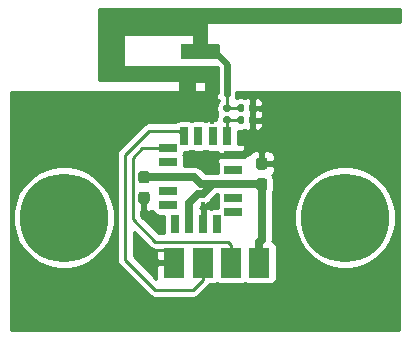
<source format=gbr>
G04 #@! TF.GenerationSoftware,KiCad,Pcbnew,(5.1.6)-1*
G04 #@! TF.CreationDate,2021-04-29T20:17:03-05:00*
G04 #@! TF.ProjectId,BEncoderBoard3(3.2),42456e63-6f64-4657-9242-6f6172643328,rev?*
G04 #@! TF.SameCoordinates,Original*
G04 #@! TF.FileFunction,Copper,L1,Top*
G04 #@! TF.FilePolarity,Positive*
%FSLAX46Y46*%
G04 Gerber Fmt 4.6, Leading zero omitted, Abs format (unit mm)*
G04 Created by KiCad (PCBNEW (5.1.6)-1) date 2021-04-29 20:17:03*
%MOMM*%
%LPD*%
G01*
G04 APERTURE LIST*
G04 #@! TA.AperFunction,EtchedComponent*
%ADD10C,0.010000*%
G04 #@! TD*
G04 #@! TA.AperFunction,ComponentPad*
%ADD11C,7.500000*%
G04 #@! TD*
G04 #@! TA.AperFunction,Conductor*
%ADD12R,13.000000X0.800000*%
G04 #@! TD*
G04 #@! TA.AperFunction,Conductor*
%ADD13R,10.200000X0.800000*%
G04 #@! TD*
G04 #@! TA.AperFunction,SMDPad,CuDef*
%ADD14R,1.500000X0.700000*%
G04 #@! TD*
G04 #@! TA.AperFunction,SMDPad,CuDef*
%ADD15R,0.700000X1.500000*%
G04 #@! TD*
G04 #@! TA.AperFunction,SMDPad,CuDef*
%ADD16R,1.800000X2.500000*%
G04 #@! TD*
G04 #@! TA.AperFunction,ViaPad*
%ADD17C,0.450000*%
G04 #@! TD*
G04 #@! TA.AperFunction,Conductor*
%ADD18C,0.254000*%
G04 #@! TD*
G04 #@! TA.AperFunction,Conductor*
%ADD19C,0.293370*%
G04 #@! TD*
G04 #@! TA.AperFunction,Conductor*
%ADD20C,0.635000*%
G04 #@! TD*
G04 APERTURE END LIST*
D10*
G36*
X138580729Y-82119004D02*
G01*
X138787607Y-82119004D01*
X138992023Y-82119005D01*
X139193994Y-82119005D01*
X139393534Y-82119006D01*
X139590655Y-82119007D01*
X139785374Y-82119008D01*
X139977704Y-82119009D01*
X140167659Y-82119010D01*
X140355255Y-82119011D01*
X140540504Y-82119012D01*
X140723421Y-82119013D01*
X140904022Y-82119015D01*
X141082319Y-82119016D01*
X141258327Y-82119018D01*
X141432061Y-82119019D01*
X141603535Y-82119021D01*
X141772763Y-82119023D01*
X141939760Y-82119025D01*
X142104539Y-82119027D01*
X142267115Y-82119030D01*
X142427503Y-82119032D01*
X142585716Y-82119035D01*
X142741769Y-82119037D01*
X142895676Y-82119040D01*
X143047452Y-82119043D01*
X143197110Y-82119046D01*
X143344666Y-82119049D01*
X143490133Y-82119052D01*
X143633526Y-82119056D01*
X143774859Y-82119059D01*
X143914146Y-82119063D01*
X144051401Y-82119067D01*
X144186640Y-82119071D01*
X144319875Y-82119075D01*
X144451122Y-82119079D01*
X144580395Y-82119083D01*
X144707708Y-82119088D01*
X144833075Y-82119093D01*
X144956511Y-82119097D01*
X145078029Y-82119102D01*
X145197645Y-82119108D01*
X145315373Y-82119113D01*
X145431226Y-82119118D01*
X145545220Y-82119124D01*
X145657367Y-82119130D01*
X145767684Y-82119136D01*
X145876183Y-82119142D01*
X145982880Y-82119148D01*
X146087789Y-82119155D01*
X146190923Y-82119161D01*
X146292297Y-82119168D01*
X146391926Y-82119175D01*
X146489824Y-82119183D01*
X146586005Y-82119190D01*
X146680483Y-82119198D01*
X146773273Y-82119205D01*
X146864388Y-82119213D01*
X146953844Y-82119222D01*
X147041655Y-82119230D01*
X147127834Y-82119239D01*
X147212397Y-82119247D01*
X147295356Y-82119256D01*
X147376728Y-82119265D01*
X147456526Y-82119275D01*
X147534764Y-82119284D01*
X147611456Y-82119294D01*
X147686618Y-82119304D01*
X147760262Y-82119315D01*
X147832404Y-82119325D01*
X147903058Y-82119336D01*
X147972238Y-82119347D01*
X148039959Y-82119358D01*
X148106234Y-82119369D01*
X148171078Y-82119381D01*
X148234505Y-82119392D01*
X148296530Y-82119404D01*
X148357167Y-82119417D01*
X148416430Y-82119429D01*
X148474333Y-82119442D01*
X148530891Y-82119455D01*
X148586118Y-82119468D01*
X148640028Y-82119482D01*
X148692636Y-82119495D01*
X148743956Y-82119509D01*
X148794003Y-82119524D01*
X148842789Y-82119538D01*
X148890331Y-82119553D01*
X148936641Y-82119568D01*
X148981735Y-82119583D01*
X149025627Y-82119598D01*
X149068331Y-82119614D01*
X149109861Y-82119630D01*
X149150231Y-82119647D01*
X149189457Y-82119663D01*
X149227551Y-82119680D01*
X149264529Y-82119697D01*
X149300405Y-82119715D01*
X149335193Y-82119732D01*
X149368907Y-82119750D01*
X149401562Y-82119768D01*
X149433172Y-82119787D01*
X149463751Y-82119806D01*
X149493313Y-82119825D01*
X149521874Y-82119844D01*
X149549446Y-82119864D01*
X149576045Y-82119884D01*
X149601685Y-82119904D01*
X149626379Y-82119925D01*
X149650143Y-82119946D01*
X149672991Y-82119967D01*
X149694936Y-82119988D01*
X149715994Y-82120010D01*
X149736178Y-82120032D01*
X149755503Y-82120055D01*
X149773983Y-82120077D01*
X149791632Y-82120100D01*
X149808465Y-82120124D01*
X149824496Y-82120147D01*
X149839739Y-82120171D01*
X149854209Y-82120196D01*
X149867919Y-82120220D01*
X149880885Y-82120245D01*
X149893120Y-82120271D01*
X149904639Y-82120296D01*
X149915456Y-82120322D01*
X149925585Y-82120349D01*
X149935041Y-82120375D01*
X149943838Y-82120402D01*
X149951990Y-82120430D01*
X149959511Y-82120457D01*
X149966417Y-82120485D01*
X149972720Y-82120514D01*
X149978436Y-82120542D01*
X149983578Y-82120572D01*
X149988162Y-82120601D01*
X149992200Y-82120631D01*
X149995709Y-82120661D01*
X149998701Y-82120691D01*
X150001191Y-82120722D01*
X150003194Y-82120754D01*
X150004723Y-82120785D01*
X150005794Y-82120817D01*
X150006420Y-82120850D01*
X150006586Y-82120869D01*
X150022464Y-82125440D01*
X150036966Y-82132146D01*
X150050009Y-82140907D01*
X150061506Y-82151647D01*
X150071373Y-82164288D01*
X150079525Y-82178752D01*
X150085106Y-82192613D01*
X150088134Y-82201574D01*
X150088484Y-82721326D01*
X150088513Y-82765045D01*
X150088539Y-82806276D01*
X150088561Y-82845095D01*
X150088580Y-82881574D01*
X150088595Y-82915787D01*
X150088605Y-82947807D01*
X150088612Y-82977708D01*
X150088614Y-83005564D01*
X150088611Y-83031448D01*
X150088603Y-83055433D01*
X150088590Y-83077594D01*
X150088571Y-83098003D01*
X150088547Y-83116735D01*
X150088516Y-83133863D01*
X150088480Y-83149460D01*
X150088437Y-83163600D01*
X150088387Y-83176356D01*
X150088331Y-83187803D01*
X150088267Y-83198013D01*
X150088196Y-83207061D01*
X150088118Y-83215019D01*
X150088032Y-83221962D01*
X150087937Y-83227962D01*
X150087835Y-83233094D01*
X150087724Y-83237431D01*
X150087604Y-83241047D01*
X150087475Y-83244014D01*
X150087337Y-83246407D01*
X150087190Y-83248300D01*
X150087033Y-83249765D01*
X150086866Y-83250877D01*
X150086811Y-83251169D01*
X150082671Y-83266128D01*
X150076443Y-83279850D01*
X150067991Y-83292576D01*
X150057179Y-83304544D01*
X150055610Y-83306041D01*
X150043387Y-83315787D01*
X150029708Y-83323541D01*
X150014952Y-83329098D01*
X150011323Y-83330074D01*
X150011096Y-83330129D01*
X150010849Y-83330183D01*
X150010562Y-83330236D01*
X150010216Y-83330289D01*
X150009794Y-83330340D01*
X150009277Y-83330391D01*
X150008645Y-83330441D01*
X150007882Y-83330491D01*
X150006967Y-83330540D01*
X150005884Y-83330588D01*
X150004612Y-83330635D01*
X150003134Y-83330681D01*
X150001431Y-83330727D01*
X149999484Y-83330772D01*
X149997276Y-83330816D01*
X149994787Y-83330860D01*
X149991998Y-83330903D01*
X149988892Y-83330945D01*
X149985450Y-83330987D01*
X149981653Y-83331028D01*
X149977483Y-83331068D01*
X149972922Y-83331108D01*
X149967950Y-83331147D01*
X149962549Y-83331185D01*
X149956700Y-83331222D01*
X149950386Y-83331259D01*
X149943588Y-83331296D01*
X149936286Y-83331332D01*
X149928463Y-83331367D01*
X149920100Y-83331401D01*
X149911179Y-83331435D01*
X149901680Y-83331468D01*
X149891586Y-83331501D01*
X149880877Y-83331533D01*
X149869536Y-83331565D01*
X149857544Y-83331596D01*
X149844882Y-83331626D01*
X149831531Y-83331656D01*
X149817474Y-83331685D01*
X149802692Y-83331714D01*
X149787165Y-83331742D01*
X149770877Y-83331770D01*
X149753807Y-83331797D01*
X149735938Y-83331824D01*
X149717250Y-83331850D01*
X149697727Y-83331876D01*
X149677348Y-83331901D01*
X149656096Y-83331926D01*
X149633951Y-83331950D01*
X149610896Y-83331973D01*
X149586912Y-83331997D01*
X149561980Y-83332019D01*
X149536081Y-83332042D01*
X149509198Y-83332063D01*
X149481312Y-83332085D01*
X149452404Y-83332106D01*
X149422455Y-83332126D01*
X149391447Y-83332146D01*
X149359362Y-83332166D01*
X149326181Y-83332185D01*
X149291886Y-83332204D01*
X149256457Y-83332222D01*
X149219877Y-83332240D01*
X149182127Y-83332258D01*
X149143188Y-83332275D01*
X149103042Y-83332292D01*
X149061670Y-83332308D01*
X149019054Y-83332325D01*
X148975175Y-83332340D01*
X148930015Y-83332356D01*
X148883555Y-83332371D01*
X148835777Y-83332386D01*
X148786662Y-83332400D01*
X148736191Y-83332414D01*
X148684347Y-83332428D01*
X148631110Y-83332441D01*
X148576462Y-83332454D01*
X148520384Y-83332467D01*
X148462858Y-83332480D01*
X148403866Y-83332492D01*
X148343389Y-83332504D01*
X148281407Y-83332516D01*
X148217904Y-83332527D01*
X148152860Y-83332538D01*
X148086256Y-83332549D01*
X148018075Y-83332560D01*
X147948298Y-83332570D01*
X147876905Y-83332581D01*
X147803879Y-83332591D01*
X147729202Y-83332600D01*
X147652853Y-83332610D01*
X147574816Y-83332619D01*
X147495071Y-83332628D01*
X147413600Y-83332637D01*
X147330385Y-83332646D01*
X147245406Y-83332655D01*
X147158646Y-83332663D01*
X147070085Y-83332671D01*
X146979706Y-83332679D01*
X146887490Y-83332687D01*
X146793417Y-83332695D01*
X146697471Y-83332703D01*
X146599631Y-83332710D01*
X146499881Y-83332717D01*
X146398200Y-83332725D01*
X146294571Y-83332732D01*
X146188974Y-83332739D01*
X146081393Y-83332746D01*
X145971807Y-83332752D01*
X145860198Y-83332759D01*
X145746549Y-83332766D01*
X145630840Y-83332772D01*
X145513053Y-83332779D01*
X145393169Y-83332785D01*
X145271169Y-83332792D01*
X145147036Y-83332798D01*
X145020751Y-83332804D01*
X144892295Y-83332810D01*
X144761649Y-83332816D01*
X144628796Y-83332823D01*
X144493716Y-83332829D01*
X144356391Y-83332835D01*
X144216803Y-83332841D01*
X144074933Y-83332847D01*
X143930762Y-83332853D01*
X143784272Y-83332859D01*
X143635444Y-83332865D01*
X143484260Y-83332872D01*
X143330702Y-83332878D01*
X143174750Y-83332884D01*
X143016386Y-83332890D01*
X142855593Y-83332897D01*
X142692350Y-83332903D01*
X142526640Y-83332909D01*
X142358444Y-83332916D01*
X142187744Y-83332923D01*
X142014521Y-83332929D01*
X141838756Y-83332936D01*
X141835470Y-83332936D01*
X133669858Y-83333251D01*
X133669537Y-84230975D01*
X133669216Y-85128700D01*
X134123568Y-85128700D01*
X134164553Y-85128699D01*
X134203058Y-85128696D01*
X134239162Y-85128694D01*
X134272946Y-85128693D01*
X134304491Y-85128694D01*
X134333875Y-85128699D01*
X134361179Y-85128708D01*
X134386483Y-85128724D01*
X134409867Y-85128747D01*
X134431411Y-85128779D01*
X134451195Y-85128820D01*
X134469300Y-85128873D01*
X134485804Y-85128937D01*
X134500789Y-85129015D01*
X134514335Y-85129108D01*
X134526521Y-85129216D01*
X134537427Y-85129342D01*
X134547133Y-85129486D01*
X134555721Y-85129649D01*
X134563269Y-85129833D01*
X134569857Y-85130040D01*
X134575566Y-85130269D01*
X134580476Y-85130523D01*
X134584667Y-85130803D01*
X134588219Y-85131109D01*
X134591211Y-85131444D01*
X134593724Y-85131808D01*
X134595839Y-85132202D01*
X134597634Y-85132629D01*
X134599191Y-85133088D01*
X134600589Y-85133582D01*
X134601907Y-85134111D01*
X134603228Y-85134677D01*
X134604629Y-85135281D01*
X134606192Y-85135924D01*
X134606620Y-85136092D01*
X134620090Y-85142654D01*
X134632591Y-85151373D01*
X134643803Y-85161930D01*
X134653406Y-85174006D01*
X134661078Y-85187280D01*
X134663494Y-85192754D01*
X134664218Y-85194500D01*
X134664889Y-85196084D01*
X134665509Y-85197605D01*
X134666079Y-85199160D01*
X134666602Y-85200849D01*
X134667080Y-85202772D01*
X134667515Y-85205027D01*
X134667908Y-85207713D01*
X134668263Y-85210929D01*
X134668580Y-85214774D01*
X134668863Y-85219347D01*
X134669112Y-85224747D01*
X134669331Y-85231073D01*
X134669520Y-85238425D01*
X134669683Y-85246900D01*
X134669822Y-85256599D01*
X134669937Y-85267619D01*
X134670032Y-85280061D01*
X134670108Y-85294023D01*
X134670168Y-85309603D01*
X134670213Y-85326902D01*
X134670245Y-85346017D01*
X134670268Y-85367049D01*
X134670281Y-85390096D01*
X134670289Y-85415256D01*
X134670292Y-85442630D01*
X134670293Y-85472316D01*
X134670294Y-85504412D01*
X134670295Y-85521715D01*
X134670317Y-85825758D01*
X135095465Y-86250776D01*
X135123213Y-86278519D01*
X135150539Y-86305849D01*
X135177388Y-86332707D01*
X135203700Y-86359037D01*
X135229418Y-86384780D01*
X135254485Y-86409879D01*
X135278842Y-86434275D01*
X135302433Y-86457910D01*
X135325199Y-86480727D01*
X135347083Y-86502667D01*
X135368027Y-86523673D01*
X135387973Y-86543687D01*
X135406864Y-86562650D01*
X135424641Y-86580506D01*
X135441248Y-86597196D01*
X135456627Y-86612661D01*
X135470719Y-86626845D01*
X135483468Y-86639690D01*
X135494815Y-86651136D01*
X135504703Y-86661127D01*
X135513074Y-86669605D01*
X135519871Y-86676511D01*
X135525035Y-86681788D01*
X135528509Y-86685378D01*
X135530236Y-86687223D01*
X135530315Y-86687316D01*
X135545218Y-86706863D01*
X135557733Y-86727306D01*
X135567908Y-86748748D01*
X135575789Y-86771288D01*
X135581423Y-86795030D01*
X135582396Y-86800611D01*
X135582503Y-86801440D01*
X135582607Y-86802617D01*
X135582706Y-86804189D01*
X135582802Y-86806201D01*
X135582894Y-86808700D01*
X135582983Y-86811731D01*
X135583068Y-86815342D01*
X135583149Y-86819578D01*
X135583227Y-86824485D01*
X135583302Y-86830110D01*
X135583374Y-86836498D01*
X135583442Y-86843697D01*
X135583507Y-86851751D01*
X135583569Y-86860708D01*
X135583629Y-86870613D01*
X135583685Y-86881513D01*
X135583738Y-86893453D01*
X135583789Y-86906481D01*
X135583837Y-86920641D01*
X135583882Y-86935981D01*
X135583924Y-86952546D01*
X135583965Y-86970382D01*
X135584002Y-86989536D01*
X135584038Y-87010055D01*
X135584071Y-87031983D01*
X135584101Y-87055368D01*
X135584130Y-87080255D01*
X135584157Y-87106690D01*
X135584181Y-87134721D01*
X135584204Y-87164392D01*
X135584225Y-87195750D01*
X135584244Y-87228842D01*
X135584261Y-87263713D01*
X135584277Y-87300409D01*
X135584291Y-87338978D01*
X135584303Y-87379464D01*
X135584314Y-87421915D01*
X135584324Y-87466375D01*
X135584332Y-87512892D01*
X135584339Y-87561512D01*
X135584345Y-87612281D01*
X135584350Y-87665244D01*
X135584354Y-87720449D01*
X135584357Y-87777941D01*
X135584359Y-87837766D01*
X135584360Y-87899971D01*
X135584360Y-88031704D01*
X135584359Y-88095285D01*
X135584357Y-88164783D01*
X135584355Y-88231767D01*
X135584353Y-88296282D01*
X135584349Y-88358375D01*
X135584345Y-88418092D01*
X135584340Y-88475478D01*
X135584334Y-88530579D01*
X135584327Y-88583443D01*
X135584319Y-88634114D01*
X135584310Y-88682638D01*
X135584300Y-88729062D01*
X135584288Y-88773432D01*
X135584275Y-88815793D01*
X135584261Y-88856191D01*
X135584245Y-88894673D01*
X135584228Y-88931285D01*
X135584209Y-88966072D01*
X135584188Y-88999081D01*
X135584166Y-89030357D01*
X135584141Y-89059947D01*
X135584115Y-89087896D01*
X135584087Y-89114251D01*
X135584057Y-89139057D01*
X135584024Y-89162360D01*
X135583990Y-89184207D01*
X135583953Y-89204643D01*
X135583914Y-89223715D01*
X135583872Y-89241468D01*
X135583828Y-89257949D01*
X135583782Y-89273203D01*
X135583733Y-89287277D01*
X135583681Y-89300215D01*
X135583626Y-89312066D01*
X135583569Y-89322873D01*
X135583509Y-89332684D01*
X135583446Y-89341544D01*
X135583380Y-89349500D01*
X135583310Y-89356597D01*
X135583238Y-89362881D01*
X135583162Y-89368398D01*
X135583083Y-89373195D01*
X135583001Y-89377317D01*
X135582915Y-89380811D01*
X135582826Y-89383722D01*
X135582733Y-89386095D01*
X135582636Y-89387979D01*
X135582536Y-89389417D01*
X135582432Y-89390457D01*
X135582388Y-89390776D01*
X135577580Y-89414410D01*
X135570457Y-89437114D01*
X135561133Y-89458748D01*
X135549721Y-89479175D01*
X135536335Y-89498257D01*
X135521090Y-89515856D01*
X135504097Y-89531835D01*
X135485473Y-89546055D01*
X135465329Y-89558379D01*
X135443780Y-89568669D01*
X135431922Y-89573217D01*
X135414921Y-89578324D01*
X135396648Y-89582219D01*
X135377880Y-89584801D01*
X135359395Y-89585968D01*
X135341970Y-89585617D01*
X135339210Y-89585402D01*
X135314944Y-89582049D01*
X135291438Y-89576304D01*
X135268835Y-89568230D01*
X135247279Y-89557892D01*
X135226912Y-89545355D01*
X135207879Y-89530681D01*
X135199554Y-89523176D01*
X135182941Y-89505716D01*
X135168383Y-89486746D01*
X135155914Y-89466325D01*
X135145566Y-89444514D01*
X135137372Y-89421370D01*
X135132219Y-89401136D01*
X135129261Y-89387210D01*
X135128937Y-88158880D01*
X135128613Y-86930549D01*
X134829375Y-86631306D01*
X134530138Y-86332062D01*
X133042477Y-86332070D01*
X132760090Y-86332070D01*
X132695566Y-86332069D01*
X132633385Y-86332068D01*
X132573503Y-86332066D01*
X132515875Y-86332064D01*
X132460459Y-86332061D01*
X132407210Y-86332057D01*
X132356086Y-86332053D01*
X132307041Y-86332048D01*
X132260034Y-86332041D01*
X132215019Y-86332034D01*
X132171955Y-86332026D01*
X132130796Y-86332016D01*
X132091499Y-86332006D01*
X132054021Y-86331994D01*
X132018317Y-86331980D01*
X131984345Y-86331965D01*
X131952061Y-86331949D01*
X131921421Y-86331931D01*
X131892381Y-86331911D01*
X131864898Y-86331890D01*
X131838929Y-86331867D01*
X131814428Y-86331842D01*
X131791354Y-86331815D01*
X131769662Y-86331786D01*
X131749308Y-86331755D01*
X131730250Y-86331722D01*
X131712443Y-86331686D01*
X131695843Y-86331649D01*
X131680408Y-86331608D01*
X131666093Y-86331566D01*
X131652855Y-86331521D01*
X131640651Y-86331473D01*
X131629435Y-86331423D01*
X131619166Y-86331370D01*
X131609799Y-86331314D01*
X131601291Y-86331255D01*
X131593597Y-86331194D01*
X131586676Y-86331129D01*
X131580481Y-86331061D01*
X131574971Y-86330990D01*
X131570102Y-86330916D01*
X131565829Y-86330839D01*
X131562110Y-86330758D01*
X131558900Y-86330673D01*
X131556156Y-86330586D01*
X131553835Y-86330494D01*
X131551892Y-86330399D01*
X131550284Y-86330300D01*
X131548968Y-86330198D01*
X131547899Y-86330091D01*
X131547035Y-86329981D01*
X131546331Y-86329867D01*
X131545744Y-86329748D01*
X131545231Y-86329625D01*
X131545190Y-86329615D01*
X131529680Y-86324388D01*
X131515553Y-86317059D01*
X131502941Y-86307763D01*
X131491976Y-86296632D01*
X131482792Y-86283800D01*
X131475520Y-86269400D01*
X131470543Y-86254537D01*
X131470375Y-86253712D01*
X131470217Y-86252511D01*
X131470069Y-86250862D01*
X131469929Y-86248690D01*
X131469798Y-86245923D01*
X131469675Y-86242487D01*
X131469561Y-86238311D01*
X131469454Y-86233319D01*
X131469356Y-86227440D01*
X131469264Y-86220599D01*
X131469180Y-86212725D01*
X131469102Y-86203744D01*
X131469031Y-86193582D01*
X131468966Y-86182166D01*
X131468908Y-86169425D01*
X131468855Y-86155283D01*
X131468807Y-86139668D01*
X131468764Y-86122508D01*
X131468727Y-86103728D01*
X131468693Y-86083256D01*
X131468664Y-86061019D01*
X131468640Y-86036943D01*
X131468619Y-86010956D01*
X131468601Y-85982983D01*
X131468586Y-85952953D01*
X131468575Y-85920792D01*
X131468566Y-85886426D01*
X131468559Y-85849783D01*
X131468555Y-85810790D01*
X131468552Y-85769373D01*
X131468551Y-85731332D01*
X131468551Y-85687617D01*
X131468553Y-85646390D01*
X131468557Y-85607579D01*
X131468563Y-85571110D01*
X131468572Y-85536912D01*
X131468584Y-85504911D01*
X131468599Y-85475036D01*
X131468618Y-85447213D01*
X131468640Y-85421371D01*
X131468666Y-85397436D01*
X131468696Y-85375336D01*
X131468731Y-85354998D01*
X131468770Y-85336351D01*
X131468815Y-85319321D01*
X131468864Y-85303837D01*
X131468920Y-85289824D01*
X131468980Y-85277212D01*
X131469048Y-85265927D01*
X131469121Y-85255897D01*
X131469201Y-85247049D01*
X131469288Y-85239311D01*
X131469382Y-85232610D01*
X131469483Y-85226874D01*
X131469592Y-85222031D01*
X131469708Y-85218007D01*
X131469833Y-85214730D01*
X131469967Y-85212128D01*
X131470109Y-85210128D01*
X131470260Y-85208657D01*
X131470420Y-85207644D01*
X131470459Y-85207465D01*
X131475251Y-85192293D01*
X131482236Y-85178296D01*
X131491256Y-85165636D01*
X131502151Y-85154477D01*
X131514762Y-85144983D01*
X131528931Y-85137317D01*
X131544124Y-85131749D01*
X131544920Y-85131535D01*
X131545835Y-85131334D01*
X131546948Y-85131146D01*
X131548339Y-85130969D01*
X131550087Y-85130804D01*
X131552272Y-85130651D01*
X131554974Y-85130507D01*
X131558272Y-85130374D01*
X131562246Y-85130251D01*
X131566975Y-85130136D01*
X131572540Y-85130031D01*
X131579020Y-85129934D01*
X131586494Y-85129844D01*
X131595042Y-85129762D01*
X131604743Y-85129687D01*
X131615678Y-85129618D01*
X131627926Y-85129555D01*
X131641567Y-85129497D01*
X131656680Y-85129445D01*
X131673344Y-85129397D01*
X131691640Y-85129353D01*
X131711648Y-85129312D01*
X131733446Y-85129275D01*
X131757114Y-85129240D01*
X131782732Y-85129208D01*
X131810380Y-85129177D01*
X131840138Y-85129148D01*
X131872084Y-85129119D01*
X131906299Y-85129090D01*
X131942862Y-85129062D01*
X131981852Y-85129032D01*
X132009148Y-85129012D01*
X132465851Y-85128679D01*
X132465851Y-84331149D01*
X126669207Y-84331149D01*
X126669528Y-85663494D01*
X126669848Y-86995838D01*
X130626877Y-86996109D01*
X130749272Y-86996117D01*
X130869133Y-86996125D01*
X130986487Y-86996134D01*
X131101359Y-86996142D01*
X131213777Y-86996150D01*
X131323766Y-86996159D01*
X131431353Y-86996167D01*
X131536565Y-86996176D01*
X131639427Y-86996184D01*
X131739966Y-86996193D01*
X131838209Y-86996201D01*
X131934181Y-86996210D01*
X132027910Y-86996219D01*
X132119421Y-86996228D01*
X132208742Y-86996238D01*
X132295897Y-86996247D01*
X132380915Y-86996257D01*
X132463820Y-86996267D01*
X132544640Y-86996277D01*
X132623401Y-86996287D01*
X132700129Y-86996297D01*
X132774850Y-86996308D01*
X132847592Y-86996319D01*
X132918380Y-86996331D01*
X132987241Y-86996343D01*
X133054201Y-86996355D01*
X133119287Y-86996367D01*
X133182524Y-86996380D01*
X133243940Y-86996393D01*
X133303560Y-86996407D01*
X133361412Y-86996421D01*
X133417521Y-86996435D01*
X133471913Y-86996450D01*
X133524616Y-86996466D01*
X133575656Y-86996481D01*
X133625058Y-86996498D01*
X133672850Y-86996515D01*
X133719058Y-86996532D01*
X133763707Y-86996550D01*
X133806825Y-86996568D01*
X133848438Y-86996587D01*
X133888573Y-86996607D01*
X133927254Y-86996627D01*
X133964510Y-86996648D01*
X134000366Y-86996670D01*
X134034849Y-86996692D01*
X134067985Y-86996715D01*
X134099801Y-86996738D01*
X134130323Y-86996762D01*
X134159576Y-86996787D01*
X134187589Y-86996813D01*
X134214386Y-86996839D01*
X134239995Y-86996867D01*
X134264442Y-86996894D01*
X134287753Y-86996923D01*
X134309954Y-86996953D01*
X134331073Y-86996983D01*
X134351135Y-86997014D01*
X134370166Y-86997046D01*
X134388193Y-86997079D01*
X134405243Y-86997113D01*
X134421342Y-86997148D01*
X134436516Y-86997184D01*
X134450792Y-86997220D01*
X134464196Y-86997258D01*
X134476754Y-86997296D01*
X134488492Y-86997336D01*
X134499438Y-86997377D01*
X134509618Y-86997418D01*
X134519057Y-86997461D01*
X134527783Y-86997504D01*
X134535821Y-86997549D01*
X134543198Y-86997595D01*
X134549941Y-86997642D01*
X134556075Y-86997690D01*
X134561628Y-86997739D01*
X134566625Y-86997789D01*
X134571093Y-86997840D01*
X134575058Y-86997893D01*
X134578547Y-86997947D01*
X134581587Y-86998002D01*
X134584202Y-86998058D01*
X134586421Y-86998115D01*
X134588268Y-86998174D01*
X134589771Y-86998234D01*
X134590957Y-86998295D01*
X134591850Y-86998358D01*
X134592479Y-86998422D01*
X134592866Y-86998487D01*
X134607824Y-87003282D01*
X134621661Y-87010267D01*
X134634180Y-87019244D01*
X134645183Y-87030014D01*
X134654474Y-87042380D01*
X134661855Y-87056143D01*
X134667129Y-87071105D01*
X134667809Y-87073784D01*
X134667954Y-87074417D01*
X134668094Y-87075113D01*
X134668228Y-87075922D01*
X134668357Y-87076896D01*
X134668480Y-87078087D01*
X134668598Y-87079545D01*
X134668711Y-87081322D01*
X134668818Y-87083470D01*
X134668921Y-87086040D01*
X134669018Y-87089083D01*
X134669111Y-87092650D01*
X134669200Y-87096794D01*
X134669284Y-87101564D01*
X134669363Y-87107014D01*
X134669438Y-87113194D01*
X134669510Y-87120155D01*
X134669577Y-87127950D01*
X134669640Y-87136628D01*
X134669699Y-87146242D01*
X134669755Y-87156844D01*
X134669807Y-87168483D01*
X134669856Y-87181213D01*
X134669901Y-87195084D01*
X134669943Y-87210147D01*
X134669982Y-87226455D01*
X134670019Y-87244057D01*
X134670052Y-87263007D01*
X134670082Y-87283354D01*
X134670110Y-87305152D01*
X134670136Y-87328450D01*
X134670159Y-87353300D01*
X134670179Y-87379754D01*
X134670198Y-87407863D01*
X134670215Y-87437678D01*
X134670229Y-87469251D01*
X134670242Y-87502634D01*
X134670253Y-87537877D01*
X134670263Y-87575032D01*
X134670271Y-87614150D01*
X134670278Y-87655283D01*
X134670283Y-87698482D01*
X134670288Y-87743799D01*
X134670292Y-87791284D01*
X134670294Y-87840990D01*
X134670296Y-87892967D01*
X134670298Y-87947268D01*
X134670298Y-88003943D01*
X134670299Y-88063043D01*
X134670299Y-88287765D01*
X134670298Y-88345935D01*
X134670297Y-88401699D01*
X134670296Y-88455108D01*
X134670293Y-88506214D01*
X134670290Y-88555068D01*
X134670286Y-88601721D01*
X134670281Y-88646225D01*
X134670275Y-88688631D01*
X134670268Y-88728990D01*
X134670259Y-88767354D01*
X134670249Y-88803774D01*
X134670237Y-88838302D01*
X134670224Y-88870989D01*
X134670208Y-88901887D01*
X134670191Y-88931046D01*
X134670172Y-88958518D01*
X134670150Y-88984355D01*
X134670126Y-89008608D01*
X134670100Y-89031328D01*
X134670071Y-89052567D01*
X134670039Y-89072376D01*
X134670005Y-89090806D01*
X134669968Y-89107909D01*
X134669928Y-89123737D01*
X134669884Y-89138340D01*
X134669838Y-89151769D01*
X134669788Y-89164078D01*
X134669734Y-89175316D01*
X134669677Y-89185535D01*
X134669616Y-89194787D01*
X134669552Y-89203122D01*
X134669483Y-89210593D01*
X134669410Y-89217251D01*
X134669333Y-89223146D01*
X134669252Y-89228331D01*
X134669167Y-89232857D01*
X134669077Y-89236775D01*
X134668982Y-89240136D01*
X134668882Y-89242993D01*
X134668778Y-89245396D01*
X134668668Y-89247396D01*
X134668554Y-89249046D01*
X134668434Y-89250396D01*
X134668309Y-89251498D01*
X134668178Y-89252403D01*
X134668042Y-89253163D01*
X134667900Y-89253829D01*
X134667809Y-89254217D01*
X134662856Y-89269601D01*
X134655766Y-89283695D01*
X134646703Y-89296332D01*
X134635830Y-89307347D01*
X134623309Y-89316575D01*
X134609305Y-89323849D01*
X134594188Y-89328951D01*
X134593317Y-89329170D01*
X134592418Y-89329376D01*
X134591413Y-89329570D01*
X134590229Y-89329752D01*
X134588790Y-89329923D01*
X134587020Y-89330083D01*
X134584846Y-89330231D01*
X134582191Y-89330370D01*
X134578981Y-89330498D01*
X134575140Y-89330617D01*
X134570594Y-89330727D01*
X134565266Y-89330828D01*
X134559083Y-89330920D01*
X134551968Y-89331004D01*
X134543847Y-89331081D01*
X134534644Y-89331150D01*
X134524285Y-89331212D01*
X134512695Y-89331268D01*
X134499797Y-89331317D01*
X134485518Y-89331360D01*
X134469781Y-89331398D01*
X134452512Y-89331431D01*
X134433636Y-89331459D01*
X134413077Y-89331483D01*
X134390760Y-89331502D01*
X134366611Y-89331518D01*
X134340553Y-89331531D01*
X134312513Y-89331541D01*
X134282414Y-89331548D01*
X134250182Y-89331553D01*
X134215742Y-89331557D01*
X134179018Y-89331559D01*
X134139935Y-89331560D01*
X134025408Y-89331560D01*
X133984669Y-89331559D01*
X133946339Y-89331558D01*
X133910344Y-89331555D01*
X133876609Y-89331551D01*
X133845059Y-89331545D01*
X133815618Y-89331537D01*
X133788212Y-89331526D01*
X133762766Y-89331512D01*
X133739203Y-89331494D01*
X133717450Y-89331473D01*
X133697431Y-89331448D01*
X133679071Y-89331418D01*
X133662294Y-89331383D01*
X133647026Y-89331343D01*
X133633192Y-89331298D01*
X133620716Y-89331246D01*
X133609523Y-89331188D01*
X133599539Y-89331124D01*
X133590688Y-89331052D01*
X133582894Y-89330973D01*
X133576083Y-89330886D01*
X133570180Y-89330791D01*
X133565110Y-89330687D01*
X133560797Y-89330575D01*
X133557166Y-89330453D01*
X133554143Y-89330322D01*
X133551652Y-89330180D01*
X133549617Y-89330029D01*
X133547965Y-89329866D01*
X133546619Y-89329693D01*
X133545505Y-89329507D01*
X133544547Y-89329310D01*
X133543671Y-89329101D01*
X133543236Y-89328991D01*
X133529046Y-89324145D01*
X133515489Y-89317159D01*
X133503092Y-89308364D01*
X133492380Y-89298089D01*
X133490403Y-89295786D01*
X133485187Y-89288594D01*
X133479950Y-89279818D01*
X133475178Y-89270384D01*
X133471357Y-89261219D01*
X133469838Y-89256632D01*
X133469638Y-89255855D01*
X133469450Y-89254881D01*
X133469274Y-89253631D01*
X133469108Y-89252026D01*
X133468954Y-89249986D01*
X133468809Y-89247433D01*
X133468675Y-89244288D01*
X133468550Y-89240470D01*
X133468434Y-89235902D01*
X133468326Y-89230505D01*
X133468226Y-89224198D01*
X133468134Y-89216904D01*
X133468050Y-89208542D01*
X133467972Y-89199035D01*
X133467900Y-89188302D01*
X133467834Y-89176265D01*
X133467774Y-89162845D01*
X133467718Y-89147962D01*
X133467668Y-89131538D01*
X133467621Y-89113494D01*
X133467578Y-89093749D01*
X133467538Y-89072226D01*
X133467502Y-89048845D01*
X133467467Y-89023528D01*
X133467435Y-88996194D01*
X133467404Y-88966765D01*
X133467374Y-88935162D01*
X133467345Y-88901306D01*
X133467315Y-88865118D01*
X133467286Y-88826518D01*
X133467260Y-88790327D01*
X133466929Y-88331703D01*
X132669400Y-88331703D01*
X132669355Y-88785206D01*
X132669352Y-88826155D01*
X132669350Y-88864624D01*
X132669348Y-88900693D01*
X132669344Y-88934442D01*
X132669339Y-88965950D01*
X132669329Y-88995299D01*
X132669316Y-89022569D01*
X132669296Y-89047838D01*
X132669269Y-89071189D01*
X132669235Y-89092700D01*
X132669191Y-89112452D01*
X132669137Y-89130524D01*
X132669071Y-89146998D01*
X132668992Y-89161953D01*
X132668900Y-89175469D01*
X132668793Y-89187626D01*
X132668669Y-89198505D01*
X132668528Y-89208186D01*
X132668369Y-89216748D01*
X132668190Y-89224272D01*
X132667991Y-89230838D01*
X132667769Y-89236526D01*
X132667525Y-89241416D01*
X132667256Y-89245589D01*
X132666962Y-89249124D01*
X132666641Y-89252101D01*
X132666293Y-89254601D01*
X132665916Y-89256704D01*
X132665509Y-89258489D01*
X132665071Y-89260038D01*
X132664601Y-89261429D01*
X132664097Y-89262744D01*
X132663559Y-89264062D01*
X132662985Y-89265464D01*
X132662439Y-89266857D01*
X132656464Y-89279453D01*
X132648414Y-89291646D01*
X132638763Y-89302819D01*
X132627987Y-89312357D01*
X132626514Y-89313455D01*
X132618975Y-89318223D01*
X132609972Y-89322785D01*
X132600585Y-89326642D01*
X132592953Y-89329032D01*
X132592150Y-89329231D01*
X132591290Y-89329419D01*
X132590301Y-89329596D01*
X132589115Y-89329763D01*
X132587660Y-89329921D01*
X132585868Y-89330069D01*
X132583667Y-89330208D01*
X132580988Y-89330338D01*
X132577761Y-89330459D01*
X132573916Y-89330572D01*
X132569383Y-89330677D01*
X132564091Y-89330774D01*
X132557971Y-89330864D01*
X132550952Y-89330947D01*
X132542965Y-89331022D01*
X132533939Y-89331092D01*
X132523805Y-89331155D01*
X132512492Y-89331212D01*
X132499930Y-89331263D01*
X132486050Y-89331309D01*
X132470780Y-89331350D01*
X132454052Y-89331387D01*
X132435795Y-89331418D01*
X132415939Y-89331446D01*
X132394414Y-89331470D01*
X132371150Y-89331490D01*
X132346077Y-89331506D01*
X132319124Y-89331520D01*
X132290223Y-89331531D01*
X132259302Y-89331540D01*
X132226292Y-89331547D01*
X132191122Y-89331551D01*
X132153723Y-89331554D01*
X132114024Y-89331556D01*
X132071956Y-89331558D01*
X131993665Y-89331558D01*
X131947128Y-89331557D01*
X131903082Y-89331556D01*
X131861459Y-89331553D01*
X131822189Y-89331548D01*
X131785202Y-89331542D01*
X131750431Y-89331533D01*
X131717806Y-89331522D01*
X131687258Y-89331509D01*
X131658717Y-89331492D01*
X131632115Y-89331473D01*
X131607383Y-89331450D01*
X131584452Y-89331424D01*
X131563252Y-89331394D01*
X131543715Y-89331360D01*
X131525771Y-89331321D01*
X131509351Y-89331278D01*
X131494387Y-89331231D01*
X131480809Y-89331178D01*
X131468548Y-89331120D01*
X131457536Y-89331057D01*
X131447702Y-89330988D01*
X131438978Y-89330912D01*
X131431296Y-89330831D01*
X131424585Y-89330743D01*
X131418777Y-89330649D01*
X131413802Y-89330548D01*
X131409592Y-89330439D01*
X131406078Y-89330323D01*
X131403191Y-89330199D01*
X131400860Y-89330068D01*
X131399019Y-89329928D01*
X131397596Y-89329780D01*
X131396524Y-89329624D01*
X131395777Y-89329469D01*
X131381122Y-89324588D01*
X131367411Y-89317523D01*
X131354893Y-89308519D01*
X131343817Y-89297820D01*
X131334431Y-89285672D01*
X131326986Y-89272317D01*
X131321729Y-89258002D01*
X131321285Y-89256342D01*
X131321063Y-89255452D01*
X131320853Y-89254514D01*
X131320657Y-89253451D01*
X131320473Y-89252184D01*
X131320301Y-89250635D01*
X131320141Y-89248727D01*
X131319992Y-89246380D01*
X131319855Y-89243516D01*
X131319727Y-89240059D01*
X131319610Y-89235929D01*
X131319503Y-89231048D01*
X131319405Y-89225339D01*
X131319316Y-89218722D01*
X131319235Y-89211121D01*
X131319163Y-89202456D01*
X131319098Y-89192650D01*
X131319040Y-89181625D01*
X131318990Y-89169302D01*
X131318946Y-89155603D01*
X131318908Y-89140450D01*
X131318876Y-89123766D01*
X131318850Y-89105471D01*
X131318828Y-89085488D01*
X131318811Y-89063739D01*
X131318798Y-89040145D01*
X131318789Y-89014629D01*
X131318783Y-88987111D01*
X131318780Y-88957515D01*
X131318779Y-88925762D01*
X131318781Y-88891774D01*
X131318785Y-88855472D01*
X131318790Y-88816779D01*
X131318795Y-88775616D01*
X131318796Y-88768713D01*
X131318866Y-88291036D01*
X131274993Y-88290281D01*
X131270110Y-88290215D01*
X131262780Y-88290141D01*
X131253118Y-88290061D01*
X131241236Y-88289974D01*
X131227249Y-88289881D01*
X131211270Y-88289783D01*
X131193413Y-88289681D01*
X131173792Y-88289574D01*
X131152521Y-88289464D01*
X131129713Y-88289351D01*
X131105482Y-88289235D01*
X131079942Y-88289118D01*
X131053207Y-88288999D01*
X131025390Y-88288879D01*
X130996605Y-88288759D01*
X130966966Y-88288639D01*
X130936586Y-88288521D01*
X130905580Y-88288403D01*
X130874060Y-88288288D01*
X130842587Y-88288177D01*
X130807059Y-88288052D01*
X130770105Y-88287922D01*
X130731954Y-88287785D01*
X130692832Y-88287644D01*
X130652969Y-88287499D01*
X130612594Y-88287351D01*
X130571934Y-88287201D01*
X130531218Y-88287050D01*
X130490675Y-88286898D01*
X130450532Y-88286746D01*
X130411019Y-88286596D01*
X130372363Y-88286447D01*
X130334793Y-88286302D01*
X130298538Y-88286161D01*
X130263826Y-88286024D01*
X130230885Y-88285893D01*
X130199943Y-88285768D01*
X130171230Y-88285651D01*
X130158972Y-88285600D01*
X130128349Y-88285473D01*
X130095452Y-88285337D01*
X130060568Y-88285193D01*
X130023985Y-88285043D01*
X129985989Y-88284886D01*
X129946866Y-88284726D01*
X129906904Y-88284562D01*
X129866389Y-88284397D01*
X129825608Y-88284231D01*
X129784848Y-88284065D01*
X129744396Y-88283900D01*
X129704539Y-88283738D01*
X129665562Y-88283580D01*
X129627754Y-88283428D01*
X129591401Y-88283281D01*
X129556790Y-88283142D01*
X129538086Y-88283066D01*
X129504206Y-88282931D01*
X129468210Y-88282786D01*
X129430401Y-88282634D01*
X129391081Y-88282476D01*
X129350555Y-88282313D01*
X129309124Y-88282147D01*
X129267093Y-88281978D01*
X129224764Y-88281807D01*
X129182440Y-88281637D01*
X129140425Y-88281468D01*
X129099021Y-88281301D01*
X129058532Y-88281138D01*
X129019261Y-88280980D01*
X128981510Y-88280828D01*
X128945584Y-88280683D01*
X128911784Y-88280547D01*
X128897997Y-88280491D01*
X128843602Y-88280272D01*
X128787840Y-88280047D01*
X128730644Y-88279816D01*
X128671943Y-88279579D01*
X128611668Y-88279336D01*
X128549752Y-88279086D01*
X128486123Y-88278830D01*
X128420714Y-88278566D01*
X128353456Y-88278295D01*
X128284278Y-88278016D01*
X128213113Y-88277729D01*
X128139890Y-88277434D01*
X128064542Y-88277130D01*
X127986999Y-88276818D01*
X127907191Y-88276496D01*
X127825050Y-88276165D01*
X127740507Y-88275825D01*
X127653492Y-88275474D01*
X127628061Y-88275372D01*
X127594444Y-88275236D01*
X127558680Y-88275092D01*
X127521077Y-88274940D01*
X127481944Y-88274783D01*
X127441590Y-88274620D01*
X127400324Y-88274453D01*
X127358454Y-88274284D01*
X127316289Y-88274114D01*
X127274139Y-88273944D01*
X127232311Y-88273775D01*
X127191115Y-88273609D01*
X127150859Y-88273446D01*
X127111853Y-88273289D01*
X127074405Y-88273137D01*
X127038823Y-88272993D01*
X127005417Y-88272858D01*
X126997574Y-88272827D01*
X126965600Y-88272697D01*
X126931357Y-88272559D01*
X126895135Y-88272413D01*
X126857225Y-88272260D01*
X126817918Y-88272102D01*
X126777505Y-88271940D01*
X126736276Y-88271774D01*
X126694523Y-88271606D01*
X126652535Y-88271438D01*
X126610605Y-88271270D01*
X126569022Y-88271103D01*
X126528078Y-88270939D01*
X126488063Y-88270779D01*
X126449268Y-88270624D01*
X126411985Y-88270475D01*
X126376503Y-88270334D01*
X126353004Y-88270240D01*
X126319680Y-88270106D01*
X126284753Y-88269965D01*
X126248485Y-88269816D01*
X126211135Y-88269661D01*
X126172966Y-88269502D01*
X126134238Y-88269339D01*
X126095211Y-88269173D01*
X126056146Y-88269006D01*
X126017304Y-88268839D01*
X125978946Y-88268673D01*
X125941333Y-88268509D01*
X125904724Y-88268347D01*
X125869382Y-88268190D01*
X125835566Y-88268038D01*
X125803538Y-88267893D01*
X125773558Y-88267756D01*
X125746840Y-88267631D01*
X125723388Y-88267525D01*
X125697557Y-88267417D01*
X125669531Y-88267307D01*
X125639491Y-88267196D01*
X125607621Y-88267083D01*
X125574102Y-88266970D01*
X125539117Y-88266857D01*
X125502849Y-88266745D01*
X125465479Y-88266634D01*
X125427190Y-88266525D01*
X125388165Y-88266417D01*
X125348586Y-88266313D01*
X125308635Y-88266211D01*
X125268494Y-88266113D01*
X125228347Y-88266019D01*
X125188375Y-88265930D01*
X125148760Y-88265846D01*
X125109686Y-88265768D01*
X125071335Y-88265696D01*
X125033888Y-88265631D01*
X125024180Y-88265615D01*
X124982662Y-88265545D01*
X124943633Y-88265477D01*
X124907019Y-88265409D01*
X124872749Y-88265342D01*
X124840750Y-88265274D01*
X124810950Y-88265206D01*
X124783277Y-88265137D01*
X124757658Y-88265066D01*
X124734022Y-88264994D01*
X124712296Y-88264920D01*
X124692407Y-88264843D01*
X124674284Y-88264763D01*
X124657854Y-88264681D01*
X124643045Y-88264594D01*
X124629785Y-88264504D01*
X124618001Y-88264409D01*
X124607621Y-88264309D01*
X124598573Y-88264204D01*
X124590785Y-88264094D01*
X124584184Y-88263978D01*
X124578699Y-88263855D01*
X124574256Y-88263726D01*
X124570784Y-88263589D01*
X124568210Y-88263446D01*
X124566462Y-88263294D01*
X124565649Y-88263174D01*
X124552112Y-88259466D01*
X124539628Y-88253857D01*
X124527803Y-88246130D01*
X124516248Y-88236070D01*
X124515861Y-88235690D01*
X124507084Y-88226178D01*
X124500142Y-88216535D01*
X124494517Y-88205934D01*
X124490092Y-88194724D01*
X124485866Y-88182563D01*
X124485866Y-82202854D01*
X124488866Y-82193298D01*
X124495025Y-82177641D01*
X124503114Y-82163545D01*
X124513002Y-82151132D01*
X124524555Y-82140525D01*
X124537640Y-82131848D01*
X124552123Y-82125224D01*
X124567119Y-82120931D01*
X124567461Y-82120897D01*
X124568175Y-82120864D01*
X124569276Y-82120831D01*
X124570778Y-82120799D01*
X124572695Y-82120767D01*
X124575043Y-82120735D01*
X124577835Y-82120704D01*
X124581086Y-82120673D01*
X124584811Y-82120642D01*
X124589023Y-82120612D01*
X124593737Y-82120582D01*
X124598969Y-82120553D01*
X124604731Y-82120524D01*
X124611039Y-82120495D01*
X124617907Y-82120467D01*
X124625349Y-82120439D01*
X124633381Y-82120411D01*
X124642016Y-82120384D01*
X124651268Y-82120357D01*
X124661153Y-82120330D01*
X124671685Y-82120304D01*
X124682877Y-82120278D01*
X124694746Y-82120252D01*
X124707304Y-82120227D01*
X124720567Y-82120202D01*
X124734549Y-82120177D01*
X124749264Y-82120153D01*
X124764727Y-82120129D01*
X124780952Y-82120106D01*
X124797954Y-82120082D01*
X124815747Y-82120059D01*
X124834345Y-82120037D01*
X124853764Y-82120015D01*
X124874017Y-82119993D01*
X124895119Y-82119971D01*
X124917085Y-82119949D01*
X124939928Y-82119928D01*
X124963663Y-82119908D01*
X124988306Y-82119887D01*
X125013869Y-82119867D01*
X125040368Y-82119847D01*
X125067817Y-82119828D01*
X125096230Y-82119808D01*
X125125623Y-82119790D01*
X125156008Y-82119771D01*
X125187402Y-82119752D01*
X125219818Y-82119734D01*
X125253270Y-82119717D01*
X125287774Y-82119699D01*
X125323343Y-82119682D01*
X125359992Y-82119665D01*
X125397736Y-82119648D01*
X125436589Y-82119632D01*
X125476565Y-82119616D01*
X125517679Y-82119600D01*
X125559945Y-82119584D01*
X125603378Y-82119569D01*
X125647992Y-82119554D01*
X125693801Y-82119539D01*
X125740821Y-82119525D01*
X125789065Y-82119510D01*
X125838548Y-82119496D01*
X125889284Y-82119482D01*
X125941288Y-82119469D01*
X125994575Y-82119456D01*
X126049158Y-82119443D01*
X126105052Y-82119430D01*
X126162272Y-82119417D01*
X126220831Y-82119405D01*
X126280746Y-82119393D01*
X126342029Y-82119381D01*
X126404696Y-82119369D01*
X126468760Y-82119358D01*
X126534237Y-82119347D01*
X126601140Y-82119336D01*
X126669484Y-82119325D01*
X126739284Y-82119315D01*
X126810555Y-82119305D01*
X126883309Y-82119295D01*
X126957563Y-82119285D01*
X127033329Y-82119275D01*
X127110624Y-82119266D01*
X127189461Y-82119257D01*
X127269855Y-82119248D01*
X127351819Y-82119239D01*
X127435370Y-82119230D01*
X127520520Y-82119222D01*
X127607285Y-82119214D01*
X127695678Y-82119206D01*
X127785716Y-82119198D01*
X127877410Y-82119190D01*
X127970778Y-82119183D01*
X128065831Y-82119176D01*
X128162586Y-82119169D01*
X128261057Y-82119162D01*
X128361257Y-82119155D01*
X128463202Y-82119149D01*
X128566906Y-82119143D01*
X128672384Y-82119136D01*
X128779649Y-82119130D01*
X128888716Y-82119125D01*
X128999600Y-82119119D01*
X129112315Y-82119114D01*
X129226876Y-82119108D01*
X129343297Y-82119103D01*
X129461592Y-82119098D01*
X129581776Y-82119093D01*
X129703864Y-82119089D01*
X129827869Y-82119084D01*
X129953807Y-82119080D01*
X130081691Y-82119076D01*
X130211536Y-82119071D01*
X130343357Y-82119067D01*
X130477168Y-82119064D01*
X130612984Y-82119060D01*
X130750818Y-82119057D01*
X130890686Y-82119053D01*
X131032601Y-82119050D01*
X131176579Y-82119047D01*
X131322633Y-82119044D01*
X131470779Y-82119041D01*
X131621030Y-82119038D01*
X131773401Y-82119036D01*
X131927907Y-82119033D01*
X132084561Y-82119031D01*
X132243379Y-82119028D01*
X132404375Y-82119026D01*
X132567563Y-82119024D01*
X132732958Y-82119022D01*
X132900573Y-82119020D01*
X133070425Y-82119019D01*
X133242526Y-82119017D01*
X133416892Y-82119016D01*
X133593537Y-82119014D01*
X133772475Y-82119013D01*
X133953720Y-82119012D01*
X134137289Y-82119010D01*
X134323193Y-82119009D01*
X134511449Y-82119008D01*
X134702071Y-82119007D01*
X134895072Y-82119007D01*
X135090468Y-82119006D01*
X135288273Y-82119005D01*
X135488501Y-82119005D01*
X135691167Y-82119004D01*
X135896286Y-82119004D01*
X136103870Y-82119003D01*
X138371378Y-82119003D01*
X138580729Y-82119004D01*
G37*
X138580729Y-82119004D02*
X138787607Y-82119004D01*
X138992023Y-82119005D01*
X139193994Y-82119005D01*
X139393534Y-82119006D01*
X139590655Y-82119007D01*
X139785374Y-82119008D01*
X139977704Y-82119009D01*
X140167659Y-82119010D01*
X140355255Y-82119011D01*
X140540504Y-82119012D01*
X140723421Y-82119013D01*
X140904022Y-82119015D01*
X141082319Y-82119016D01*
X141258327Y-82119018D01*
X141432061Y-82119019D01*
X141603535Y-82119021D01*
X141772763Y-82119023D01*
X141939760Y-82119025D01*
X142104539Y-82119027D01*
X142267115Y-82119030D01*
X142427503Y-82119032D01*
X142585716Y-82119035D01*
X142741769Y-82119037D01*
X142895676Y-82119040D01*
X143047452Y-82119043D01*
X143197110Y-82119046D01*
X143344666Y-82119049D01*
X143490133Y-82119052D01*
X143633526Y-82119056D01*
X143774859Y-82119059D01*
X143914146Y-82119063D01*
X144051401Y-82119067D01*
X144186640Y-82119071D01*
X144319875Y-82119075D01*
X144451122Y-82119079D01*
X144580395Y-82119083D01*
X144707708Y-82119088D01*
X144833075Y-82119093D01*
X144956511Y-82119097D01*
X145078029Y-82119102D01*
X145197645Y-82119108D01*
X145315373Y-82119113D01*
X145431226Y-82119118D01*
X145545220Y-82119124D01*
X145657367Y-82119130D01*
X145767684Y-82119136D01*
X145876183Y-82119142D01*
X145982880Y-82119148D01*
X146087789Y-82119155D01*
X146190923Y-82119161D01*
X146292297Y-82119168D01*
X146391926Y-82119175D01*
X146489824Y-82119183D01*
X146586005Y-82119190D01*
X146680483Y-82119198D01*
X146773273Y-82119205D01*
X146864388Y-82119213D01*
X146953844Y-82119222D01*
X147041655Y-82119230D01*
X147127834Y-82119239D01*
X147212397Y-82119247D01*
X147295356Y-82119256D01*
X147376728Y-82119265D01*
X147456526Y-82119275D01*
X147534764Y-82119284D01*
X147611456Y-82119294D01*
X147686618Y-82119304D01*
X147760262Y-82119315D01*
X147832404Y-82119325D01*
X147903058Y-82119336D01*
X147972238Y-82119347D01*
X148039959Y-82119358D01*
X148106234Y-82119369D01*
X148171078Y-82119381D01*
X148234505Y-82119392D01*
X148296530Y-82119404D01*
X148357167Y-82119417D01*
X148416430Y-82119429D01*
X148474333Y-82119442D01*
X148530891Y-82119455D01*
X148586118Y-82119468D01*
X148640028Y-82119482D01*
X148692636Y-82119495D01*
X148743956Y-82119509D01*
X148794003Y-82119524D01*
X148842789Y-82119538D01*
X148890331Y-82119553D01*
X148936641Y-82119568D01*
X148981735Y-82119583D01*
X149025627Y-82119598D01*
X149068331Y-82119614D01*
X149109861Y-82119630D01*
X149150231Y-82119647D01*
X149189457Y-82119663D01*
X149227551Y-82119680D01*
X149264529Y-82119697D01*
X149300405Y-82119715D01*
X149335193Y-82119732D01*
X149368907Y-82119750D01*
X149401562Y-82119768D01*
X149433172Y-82119787D01*
X149463751Y-82119806D01*
X149493313Y-82119825D01*
X149521874Y-82119844D01*
X149549446Y-82119864D01*
X149576045Y-82119884D01*
X149601685Y-82119904D01*
X149626379Y-82119925D01*
X149650143Y-82119946D01*
X149672991Y-82119967D01*
X149694936Y-82119988D01*
X149715994Y-82120010D01*
X149736178Y-82120032D01*
X149755503Y-82120055D01*
X149773983Y-82120077D01*
X149791632Y-82120100D01*
X149808465Y-82120124D01*
X149824496Y-82120147D01*
X149839739Y-82120171D01*
X149854209Y-82120196D01*
X149867919Y-82120220D01*
X149880885Y-82120245D01*
X149893120Y-82120271D01*
X149904639Y-82120296D01*
X149915456Y-82120322D01*
X149925585Y-82120349D01*
X149935041Y-82120375D01*
X149943838Y-82120402D01*
X149951990Y-82120430D01*
X149959511Y-82120457D01*
X149966417Y-82120485D01*
X149972720Y-82120514D01*
X149978436Y-82120542D01*
X149983578Y-82120572D01*
X149988162Y-82120601D01*
X149992200Y-82120631D01*
X149995709Y-82120661D01*
X149998701Y-82120691D01*
X150001191Y-82120722D01*
X150003194Y-82120754D01*
X150004723Y-82120785D01*
X150005794Y-82120817D01*
X150006420Y-82120850D01*
X150006586Y-82120869D01*
X150022464Y-82125440D01*
X150036966Y-82132146D01*
X150050009Y-82140907D01*
X150061506Y-82151647D01*
X150071373Y-82164288D01*
X150079525Y-82178752D01*
X150085106Y-82192613D01*
X150088134Y-82201574D01*
X150088484Y-82721326D01*
X150088513Y-82765045D01*
X150088539Y-82806276D01*
X150088561Y-82845095D01*
X150088580Y-82881574D01*
X150088595Y-82915787D01*
X150088605Y-82947807D01*
X150088612Y-82977708D01*
X150088614Y-83005564D01*
X150088611Y-83031448D01*
X150088603Y-83055433D01*
X150088590Y-83077594D01*
X150088571Y-83098003D01*
X150088547Y-83116735D01*
X150088516Y-83133863D01*
X150088480Y-83149460D01*
X150088437Y-83163600D01*
X150088387Y-83176356D01*
X150088331Y-83187803D01*
X150088267Y-83198013D01*
X150088196Y-83207061D01*
X150088118Y-83215019D01*
X150088032Y-83221962D01*
X150087937Y-83227962D01*
X150087835Y-83233094D01*
X150087724Y-83237431D01*
X150087604Y-83241047D01*
X150087475Y-83244014D01*
X150087337Y-83246407D01*
X150087190Y-83248300D01*
X150087033Y-83249765D01*
X150086866Y-83250877D01*
X150086811Y-83251169D01*
X150082671Y-83266128D01*
X150076443Y-83279850D01*
X150067991Y-83292576D01*
X150057179Y-83304544D01*
X150055610Y-83306041D01*
X150043387Y-83315787D01*
X150029708Y-83323541D01*
X150014952Y-83329098D01*
X150011323Y-83330074D01*
X150011096Y-83330129D01*
X150010849Y-83330183D01*
X150010562Y-83330236D01*
X150010216Y-83330289D01*
X150009794Y-83330340D01*
X150009277Y-83330391D01*
X150008645Y-83330441D01*
X150007882Y-83330491D01*
X150006967Y-83330540D01*
X150005884Y-83330588D01*
X150004612Y-83330635D01*
X150003134Y-83330681D01*
X150001431Y-83330727D01*
X149999484Y-83330772D01*
X149997276Y-83330816D01*
X149994787Y-83330860D01*
X149991998Y-83330903D01*
X149988892Y-83330945D01*
X149985450Y-83330987D01*
X149981653Y-83331028D01*
X149977483Y-83331068D01*
X149972922Y-83331108D01*
X149967950Y-83331147D01*
X149962549Y-83331185D01*
X149956700Y-83331222D01*
X149950386Y-83331259D01*
X149943588Y-83331296D01*
X149936286Y-83331332D01*
X149928463Y-83331367D01*
X149920100Y-83331401D01*
X149911179Y-83331435D01*
X149901680Y-83331468D01*
X149891586Y-83331501D01*
X149880877Y-83331533D01*
X149869536Y-83331565D01*
X149857544Y-83331596D01*
X149844882Y-83331626D01*
X149831531Y-83331656D01*
X149817474Y-83331685D01*
X149802692Y-83331714D01*
X149787165Y-83331742D01*
X149770877Y-83331770D01*
X149753807Y-83331797D01*
X149735938Y-83331824D01*
X149717250Y-83331850D01*
X149697727Y-83331876D01*
X149677348Y-83331901D01*
X149656096Y-83331926D01*
X149633951Y-83331950D01*
X149610896Y-83331973D01*
X149586912Y-83331997D01*
X149561980Y-83332019D01*
X149536081Y-83332042D01*
X149509198Y-83332063D01*
X149481312Y-83332085D01*
X149452404Y-83332106D01*
X149422455Y-83332126D01*
X149391447Y-83332146D01*
X149359362Y-83332166D01*
X149326181Y-83332185D01*
X149291886Y-83332204D01*
X149256457Y-83332222D01*
X149219877Y-83332240D01*
X149182127Y-83332258D01*
X149143188Y-83332275D01*
X149103042Y-83332292D01*
X149061670Y-83332308D01*
X149019054Y-83332325D01*
X148975175Y-83332340D01*
X148930015Y-83332356D01*
X148883555Y-83332371D01*
X148835777Y-83332386D01*
X148786662Y-83332400D01*
X148736191Y-83332414D01*
X148684347Y-83332428D01*
X148631110Y-83332441D01*
X148576462Y-83332454D01*
X148520384Y-83332467D01*
X148462858Y-83332480D01*
X148403866Y-83332492D01*
X148343389Y-83332504D01*
X148281407Y-83332516D01*
X148217904Y-83332527D01*
X148152860Y-83332538D01*
X148086256Y-83332549D01*
X148018075Y-83332560D01*
X147948298Y-83332570D01*
X147876905Y-83332581D01*
X147803879Y-83332591D01*
X147729202Y-83332600D01*
X147652853Y-83332610D01*
X147574816Y-83332619D01*
X147495071Y-83332628D01*
X147413600Y-83332637D01*
X147330385Y-83332646D01*
X147245406Y-83332655D01*
X147158646Y-83332663D01*
X147070085Y-83332671D01*
X146979706Y-83332679D01*
X146887490Y-83332687D01*
X146793417Y-83332695D01*
X146697471Y-83332703D01*
X146599631Y-83332710D01*
X146499881Y-83332717D01*
X146398200Y-83332725D01*
X146294571Y-83332732D01*
X146188974Y-83332739D01*
X146081393Y-83332746D01*
X145971807Y-83332752D01*
X145860198Y-83332759D01*
X145746549Y-83332766D01*
X145630840Y-83332772D01*
X145513053Y-83332779D01*
X145393169Y-83332785D01*
X145271169Y-83332792D01*
X145147036Y-83332798D01*
X145020751Y-83332804D01*
X144892295Y-83332810D01*
X144761649Y-83332816D01*
X144628796Y-83332823D01*
X144493716Y-83332829D01*
X144356391Y-83332835D01*
X144216803Y-83332841D01*
X144074933Y-83332847D01*
X143930762Y-83332853D01*
X143784272Y-83332859D01*
X143635444Y-83332865D01*
X143484260Y-83332872D01*
X143330702Y-83332878D01*
X143174750Y-83332884D01*
X143016386Y-83332890D01*
X142855593Y-83332897D01*
X142692350Y-83332903D01*
X142526640Y-83332909D01*
X142358444Y-83332916D01*
X142187744Y-83332923D01*
X142014521Y-83332929D01*
X141838756Y-83332936D01*
X141835470Y-83332936D01*
X133669858Y-83333251D01*
X133669537Y-84230975D01*
X133669216Y-85128700D01*
X134123568Y-85128700D01*
X134164553Y-85128699D01*
X134203058Y-85128696D01*
X134239162Y-85128694D01*
X134272946Y-85128693D01*
X134304491Y-85128694D01*
X134333875Y-85128699D01*
X134361179Y-85128708D01*
X134386483Y-85128724D01*
X134409867Y-85128747D01*
X134431411Y-85128779D01*
X134451195Y-85128820D01*
X134469300Y-85128873D01*
X134485804Y-85128937D01*
X134500789Y-85129015D01*
X134514335Y-85129108D01*
X134526521Y-85129216D01*
X134537427Y-85129342D01*
X134547133Y-85129486D01*
X134555721Y-85129649D01*
X134563269Y-85129833D01*
X134569857Y-85130040D01*
X134575566Y-85130269D01*
X134580476Y-85130523D01*
X134584667Y-85130803D01*
X134588219Y-85131109D01*
X134591211Y-85131444D01*
X134593724Y-85131808D01*
X134595839Y-85132202D01*
X134597634Y-85132629D01*
X134599191Y-85133088D01*
X134600589Y-85133582D01*
X134601907Y-85134111D01*
X134603228Y-85134677D01*
X134604629Y-85135281D01*
X134606192Y-85135924D01*
X134606620Y-85136092D01*
X134620090Y-85142654D01*
X134632591Y-85151373D01*
X134643803Y-85161930D01*
X134653406Y-85174006D01*
X134661078Y-85187280D01*
X134663494Y-85192754D01*
X134664218Y-85194500D01*
X134664889Y-85196084D01*
X134665509Y-85197605D01*
X134666079Y-85199160D01*
X134666602Y-85200849D01*
X134667080Y-85202772D01*
X134667515Y-85205027D01*
X134667908Y-85207713D01*
X134668263Y-85210929D01*
X134668580Y-85214774D01*
X134668863Y-85219347D01*
X134669112Y-85224747D01*
X134669331Y-85231073D01*
X134669520Y-85238425D01*
X134669683Y-85246900D01*
X134669822Y-85256599D01*
X134669937Y-85267619D01*
X134670032Y-85280061D01*
X134670108Y-85294023D01*
X134670168Y-85309603D01*
X134670213Y-85326902D01*
X134670245Y-85346017D01*
X134670268Y-85367049D01*
X134670281Y-85390096D01*
X134670289Y-85415256D01*
X134670292Y-85442630D01*
X134670293Y-85472316D01*
X134670294Y-85504412D01*
X134670295Y-85521715D01*
X134670317Y-85825758D01*
X135095465Y-86250776D01*
X135123213Y-86278519D01*
X135150539Y-86305849D01*
X135177388Y-86332707D01*
X135203700Y-86359037D01*
X135229418Y-86384780D01*
X135254485Y-86409879D01*
X135278842Y-86434275D01*
X135302433Y-86457910D01*
X135325199Y-86480727D01*
X135347083Y-86502667D01*
X135368027Y-86523673D01*
X135387973Y-86543687D01*
X135406864Y-86562650D01*
X135424641Y-86580506D01*
X135441248Y-86597196D01*
X135456627Y-86612661D01*
X135470719Y-86626845D01*
X135483468Y-86639690D01*
X135494815Y-86651136D01*
X135504703Y-86661127D01*
X135513074Y-86669605D01*
X135519871Y-86676511D01*
X135525035Y-86681788D01*
X135528509Y-86685378D01*
X135530236Y-86687223D01*
X135530315Y-86687316D01*
X135545218Y-86706863D01*
X135557733Y-86727306D01*
X135567908Y-86748748D01*
X135575789Y-86771288D01*
X135581423Y-86795030D01*
X135582396Y-86800611D01*
X135582503Y-86801440D01*
X135582607Y-86802617D01*
X135582706Y-86804189D01*
X135582802Y-86806201D01*
X135582894Y-86808700D01*
X135582983Y-86811731D01*
X135583068Y-86815342D01*
X135583149Y-86819578D01*
X135583227Y-86824485D01*
X135583302Y-86830110D01*
X135583374Y-86836498D01*
X135583442Y-86843697D01*
X135583507Y-86851751D01*
X135583569Y-86860708D01*
X135583629Y-86870613D01*
X135583685Y-86881513D01*
X135583738Y-86893453D01*
X135583789Y-86906481D01*
X135583837Y-86920641D01*
X135583882Y-86935981D01*
X135583924Y-86952546D01*
X135583965Y-86970382D01*
X135584002Y-86989536D01*
X135584038Y-87010055D01*
X135584071Y-87031983D01*
X135584101Y-87055368D01*
X135584130Y-87080255D01*
X135584157Y-87106690D01*
X135584181Y-87134721D01*
X135584204Y-87164392D01*
X135584225Y-87195750D01*
X135584244Y-87228842D01*
X135584261Y-87263713D01*
X135584277Y-87300409D01*
X135584291Y-87338978D01*
X135584303Y-87379464D01*
X135584314Y-87421915D01*
X135584324Y-87466375D01*
X135584332Y-87512892D01*
X135584339Y-87561512D01*
X135584345Y-87612281D01*
X135584350Y-87665244D01*
X135584354Y-87720449D01*
X135584357Y-87777941D01*
X135584359Y-87837766D01*
X135584360Y-87899971D01*
X135584360Y-88031704D01*
X135584359Y-88095285D01*
X135584357Y-88164783D01*
X135584355Y-88231767D01*
X135584353Y-88296282D01*
X135584349Y-88358375D01*
X135584345Y-88418092D01*
X135584340Y-88475478D01*
X135584334Y-88530579D01*
X135584327Y-88583443D01*
X135584319Y-88634114D01*
X135584310Y-88682638D01*
X135584300Y-88729062D01*
X135584288Y-88773432D01*
X135584275Y-88815793D01*
X135584261Y-88856191D01*
X135584245Y-88894673D01*
X135584228Y-88931285D01*
X135584209Y-88966072D01*
X135584188Y-88999081D01*
X135584166Y-89030357D01*
X135584141Y-89059947D01*
X135584115Y-89087896D01*
X135584087Y-89114251D01*
X135584057Y-89139057D01*
X135584024Y-89162360D01*
X135583990Y-89184207D01*
X135583953Y-89204643D01*
X135583914Y-89223715D01*
X135583872Y-89241468D01*
X135583828Y-89257949D01*
X135583782Y-89273203D01*
X135583733Y-89287277D01*
X135583681Y-89300215D01*
X135583626Y-89312066D01*
X135583569Y-89322873D01*
X135583509Y-89332684D01*
X135583446Y-89341544D01*
X135583380Y-89349500D01*
X135583310Y-89356597D01*
X135583238Y-89362881D01*
X135583162Y-89368398D01*
X135583083Y-89373195D01*
X135583001Y-89377317D01*
X135582915Y-89380811D01*
X135582826Y-89383722D01*
X135582733Y-89386095D01*
X135582636Y-89387979D01*
X135582536Y-89389417D01*
X135582432Y-89390457D01*
X135582388Y-89390776D01*
X135577580Y-89414410D01*
X135570457Y-89437114D01*
X135561133Y-89458748D01*
X135549721Y-89479175D01*
X135536335Y-89498257D01*
X135521090Y-89515856D01*
X135504097Y-89531835D01*
X135485473Y-89546055D01*
X135465329Y-89558379D01*
X135443780Y-89568669D01*
X135431922Y-89573217D01*
X135414921Y-89578324D01*
X135396648Y-89582219D01*
X135377880Y-89584801D01*
X135359395Y-89585968D01*
X135341970Y-89585617D01*
X135339210Y-89585402D01*
X135314944Y-89582049D01*
X135291438Y-89576304D01*
X135268835Y-89568230D01*
X135247279Y-89557892D01*
X135226912Y-89545355D01*
X135207879Y-89530681D01*
X135199554Y-89523176D01*
X135182941Y-89505716D01*
X135168383Y-89486746D01*
X135155914Y-89466325D01*
X135145566Y-89444514D01*
X135137372Y-89421370D01*
X135132219Y-89401136D01*
X135129261Y-89387210D01*
X135128937Y-88158880D01*
X135128613Y-86930549D01*
X134829375Y-86631306D01*
X134530138Y-86332062D01*
X133042477Y-86332070D01*
X132760090Y-86332070D01*
X132695566Y-86332069D01*
X132633385Y-86332068D01*
X132573503Y-86332066D01*
X132515875Y-86332064D01*
X132460459Y-86332061D01*
X132407210Y-86332057D01*
X132356086Y-86332053D01*
X132307041Y-86332048D01*
X132260034Y-86332041D01*
X132215019Y-86332034D01*
X132171955Y-86332026D01*
X132130796Y-86332016D01*
X132091499Y-86332006D01*
X132054021Y-86331994D01*
X132018317Y-86331980D01*
X131984345Y-86331965D01*
X131952061Y-86331949D01*
X131921421Y-86331931D01*
X131892381Y-86331911D01*
X131864898Y-86331890D01*
X131838929Y-86331867D01*
X131814428Y-86331842D01*
X131791354Y-86331815D01*
X131769662Y-86331786D01*
X131749308Y-86331755D01*
X131730250Y-86331722D01*
X131712443Y-86331686D01*
X131695843Y-86331649D01*
X131680408Y-86331608D01*
X131666093Y-86331566D01*
X131652855Y-86331521D01*
X131640651Y-86331473D01*
X131629435Y-86331423D01*
X131619166Y-86331370D01*
X131609799Y-86331314D01*
X131601291Y-86331255D01*
X131593597Y-86331194D01*
X131586676Y-86331129D01*
X131580481Y-86331061D01*
X131574971Y-86330990D01*
X131570102Y-86330916D01*
X131565829Y-86330839D01*
X131562110Y-86330758D01*
X131558900Y-86330673D01*
X131556156Y-86330586D01*
X131553835Y-86330494D01*
X131551892Y-86330399D01*
X131550284Y-86330300D01*
X131548968Y-86330198D01*
X131547899Y-86330091D01*
X131547035Y-86329981D01*
X131546331Y-86329867D01*
X131545744Y-86329748D01*
X131545231Y-86329625D01*
X131545190Y-86329615D01*
X131529680Y-86324388D01*
X131515553Y-86317059D01*
X131502941Y-86307763D01*
X131491976Y-86296632D01*
X131482792Y-86283800D01*
X131475520Y-86269400D01*
X131470543Y-86254537D01*
X131470375Y-86253712D01*
X131470217Y-86252511D01*
X131470069Y-86250862D01*
X131469929Y-86248690D01*
X131469798Y-86245923D01*
X131469675Y-86242487D01*
X131469561Y-86238311D01*
X131469454Y-86233319D01*
X131469356Y-86227440D01*
X131469264Y-86220599D01*
X131469180Y-86212725D01*
X131469102Y-86203744D01*
X131469031Y-86193582D01*
X131468966Y-86182166D01*
X131468908Y-86169425D01*
X131468855Y-86155283D01*
X131468807Y-86139668D01*
X131468764Y-86122508D01*
X131468727Y-86103728D01*
X131468693Y-86083256D01*
X131468664Y-86061019D01*
X131468640Y-86036943D01*
X131468619Y-86010956D01*
X131468601Y-85982983D01*
X131468586Y-85952953D01*
X131468575Y-85920792D01*
X131468566Y-85886426D01*
X131468559Y-85849783D01*
X131468555Y-85810790D01*
X131468552Y-85769373D01*
X131468551Y-85731332D01*
X131468551Y-85687617D01*
X131468553Y-85646390D01*
X131468557Y-85607579D01*
X131468563Y-85571110D01*
X131468572Y-85536912D01*
X131468584Y-85504911D01*
X131468599Y-85475036D01*
X131468618Y-85447213D01*
X131468640Y-85421371D01*
X131468666Y-85397436D01*
X131468696Y-85375336D01*
X131468731Y-85354998D01*
X131468770Y-85336351D01*
X131468815Y-85319321D01*
X131468864Y-85303837D01*
X131468920Y-85289824D01*
X131468980Y-85277212D01*
X131469048Y-85265927D01*
X131469121Y-85255897D01*
X131469201Y-85247049D01*
X131469288Y-85239311D01*
X131469382Y-85232610D01*
X131469483Y-85226874D01*
X131469592Y-85222031D01*
X131469708Y-85218007D01*
X131469833Y-85214730D01*
X131469967Y-85212128D01*
X131470109Y-85210128D01*
X131470260Y-85208657D01*
X131470420Y-85207644D01*
X131470459Y-85207465D01*
X131475251Y-85192293D01*
X131482236Y-85178296D01*
X131491256Y-85165636D01*
X131502151Y-85154477D01*
X131514762Y-85144983D01*
X131528931Y-85137317D01*
X131544124Y-85131749D01*
X131544920Y-85131535D01*
X131545835Y-85131334D01*
X131546948Y-85131146D01*
X131548339Y-85130969D01*
X131550087Y-85130804D01*
X131552272Y-85130651D01*
X131554974Y-85130507D01*
X131558272Y-85130374D01*
X131562246Y-85130251D01*
X131566975Y-85130136D01*
X131572540Y-85130031D01*
X131579020Y-85129934D01*
X131586494Y-85129844D01*
X131595042Y-85129762D01*
X131604743Y-85129687D01*
X131615678Y-85129618D01*
X131627926Y-85129555D01*
X131641567Y-85129497D01*
X131656680Y-85129445D01*
X131673344Y-85129397D01*
X131691640Y-85129353D01*
X131711648Y-85129312D01*
X131733446Y-85129275D01*
X131757114Y-85129240D01*
X131782732Y-85129208D01*
X131810380Y-85129177D01*
X131840138Y-85129148D01*
X131872084Y-85129119D01*
X131906299Y-85129090D01*
X131942862Y-85129062D01*
X131981852Y-85129032D01*
X132009148Y-85129012D01*
X132465851Y-85128679D01*
X132465851Y-84331149D01*
X126669207Y-84331149D01*
X126669528Y-85663494D01*
X126669848Y-86995838D01*
X130626877Y-86996109D01*
X130749272Y-86996117D01*
X130869133Y-86996125D01*
X130986487Y-86996134D01*
X131101359Y-86996142D01*
X131213777Y-86996150D01*
X131323766Y-86996159D01*
X131431353Y-86996167D01*
X131536565Y-86996176D01*
X131639427Y-86996184D01*
X131739966Y-86996193D01*
X131838209Y-86996201D01*
X131934181Y-86996210D01*
X132027910Y-86996219D01*
X132119421Y-86996228D01*
X132208742Y-86996238D01*
X132295897Y-86996247D01*
X132380915Y-86996257D01*
X132463820Y-86996267D01*
X132544640Y-86996277D01*
X132623401Y-86996287D01*
X132700129Y-86996297D01*
X132774850Y-86996308D01*
X132847592Y-86996319D01*
X132918380Y-86996331D01*
X132987241Y-86996343D01*
X133054201Y-86996355D01*
X133119287Y-86996367D01*
X133182524Y-86996380D01*
X133243940Y-86996393D01*
X133303560Y-86996407D01*
X133361412Y-86996421D01*
X133417521Y-86996435D01*
X133471913Y-86996450D01*
X133524616Y-86996466D01*
X133575656Y-86996481D01*
X133625058Y-86996498D01*
X133672850Y-86996515D01*
X133719058Y-86996532D01*
X133763707Y-86996550D01*
X133806825Y-86996568D01*
X133848438Y-86996587D01*
X133888573Y-86996607D01*
X133927254Y-86996627D01*
X133964510Y-86996648D01*
X134000366Y-86996670D01*
X134034849Y-86996692D01*
X134067985Y-86996715D01*
X134099801Y-86996738D01*
X134130323Y-86996762D01*
X134159576Y-86996787D01*
X134187589Y-86996813D01*
X134214386Y-86996839D01*
X134239995Y-86996867D01*
X134264442Y-86996894D01*
X134287753Y-86996923D01*
X134309954Y-86996953D01*
X134331073Y-86996983D01*
X134351135Y-86997014D01*
X134370166Y-86997046D01*
X134388193Y-86997079D01*
X134405243Y-86997113D01*
X134421342Y-86997148D01*
X134436516Y-86997184D01*
X134450792Y-86997220D01*
X134464196Y-86997258D01*
X134476754Y-86997296D01*
X134488492Y-86997336D01*
X134499438Y-86997377D01*
X134509618Y-86997418D01*
X134519057Y-86997461D01*
X134527783Y-86997504D01*
X134535821Y-86997549D01*
X134543198Y-86997595D01*
X134549941Y-86997642D01*
X134556075Y-86997690D01*
X134561628Y-86997739D01*
X134566625Y-86997789D01*
X134571093Y-86997840D01*
X134575058Y-86997893D01*
X134578547Y-86997947D01*
X134581587Y-86998002D01*
X134584202Y-86998058D01*
X134586421Y-86998115D01*
X134588268Y-86998174D01*
X134589771Y-86998234D01*
X134590957Y-86998295D01*
X134591850Y-86998358D01*
X134592479Y-86998422D01*
X134592866Y-86998487D01*
X134607824Y-87003282D01*
X134621661Y-87010267D01*
X134634180Y-87019244D01*
X134645183Y-87030014D01*
X134654474Y-87042380D01*
X134661855Y-87056143D01*
X134667129Y-87071105D01*
X134667809Y-87073784D01*
X134667954Y-87074417D01*
X134668094Y-87075113D01*
X134668228Y-87075922D01*
X134668357Y-87076896D01*
X134668480Y-87078087D01*
X134668598Y-87079545D01*
X134668711Y-87081322D01*
X134668818Y-87083470D01*
X134668921Y-87086040D01*
X134669018Y-87089083D01*
X134669111Y-87092650D01*
X134669200Y-87096794D01*
X134669284Y-87101564D01*
X134669363Y-87107014D01*
X134669438Y-87113194D01*
X134669510Y-87120155D01*
X134669577Y-87127950D01*
X134669640Y-87136628D01*
X134669699Y-87146242D01*
X134669755Y-87156844D01*
X134669807Y-87168483D01*
X134669856Y-87181213D01*
X134669901Y-87195084D01*
X134669943Y-87210147D01*
X134669982Y-87226455D01*
X134670019Y-87244057D01*
X134670052Y-87263007D01*
X134670082Y-87283354D01*
X134670110Y-87305152D01*
X134670136Y-87328450D01*
X134670159Y-87353300D01*
X134670179Y-87379754D01*
X134670198Y-87407863D01*
X134670215Y-87437678D01*
X134670229Y-87469251D01*
X134670242Y-87502634D01*
X134670253Y-87537877D01*
X134670263Y-87575032D01*
X134670271Y-87614150D01*
X134670278Y-87655283D01*
X134670283Y-87698482D01*
X134670288Y-87743799D01*
X134670292Y-87791284D01*
X134670294Y-87840990D01*
X134670296Y-87892967D01*
X134670298Y-87947268D01*
X134670298Y-88003943D01*
X134670299Y-88063043D01*
X134670299Y-88287765D01*
X134670298Y-88345935D01*
X134670297Y-88401699D01*
X134670296Y-88455108D01*
X134670293Y-88506214D01*
X134670290Y-88555068D01*
X134670286Y-88601721D01*
X134670281Y-88646225D01*
X134670275Y-88688631D01*
X134670268Y-88728990D01*
X134670259Y-88767354D01*
X134670249Y-88803774D01*
X134670237Y-88838302D01*
X134670224Y-88870989D01*
X134670208Y-88901887D01*
X134670191Y-88931046D01*
X134670172Y-88958518D01*
X134670150Y-88984355D01*
X134670126Y-89008608D01*
X134670100Y-89031328D01*
X134670071Y-89052567D01*
X134670039Y-89072376D01*
X134670005Y-89090806D01*
X134669968Y-89107909D01*
X134669928Y-89123737D01*
X134669884Y-89138340D01*
X134669838Y-89151769D01*
X134669788Y-89164078D01*
X134669734Y-89175316D01*
X134669677Y-89185535D01*
X134669616Y-89194787D01*
X134669552Y-89203122D01*
X134669483Y-89210593D01*
X134669410Y-89217251D01*
X134669333Y-89223146D01*
X134669252Y-89228331D01*
X134669167Y-89232857D01*
X134669077Y-89236775D01*
X134668982Y-89240136D01*
X134668882Y-89242993D01*
X134668778Y-89245396D01*
X134668668Y-89247396D01*
X134668554Y-89249046D01*
X134668434Y-89250396D01*
X134668309Y-89251498D01*
X134668178Y-89252403D01*
X134668042Y-89253163D01*
X134667900Y-89253829D01*
X134667809Y-89254217D01*
X134662856Y-89269601D01*
X134655766Y-89283695D01*
X134646703Y-89296332D01*
X134635830Y-89307347D01*
X134623309Y-89316575D01*
X134609305Y-89323849D01*
X134594188Y-89328951D01*
X134593317Y-89329170D01*
X134592418Y-89329376D01*
X134591413Y-89329570D01*
X134590229Y-89329752D01*
X134588790Y-89329923D01*
X134587020Y-89330083D01*
X134584846Y-89330231D01*
X134582191Y-89330370D01*
X134578981Y-89330498D01*
X134575140Y-89330617D01*
X134570594Y-89330727D01*
X134565266Y-89330828D01*
X134559083Y-89330920D01*
X134551968Y-89331004D01*
X134543847Y-89331081D01*
X134534644Y-89331150D01*
X134524285Y-89331212D01*
X134512695Y-89331268D01*
X134499797Y-89331317D01*
X134485518Y-89331360D01*
X134469781Y-89331398D01*
X134452512Y-89331431D01*
X134433636Y-89331459D01*
X134413077Y-89331483D01*
X134390760Y-89331502D01*
X134366611Y-89331518D01*
X134340553Y-89331531D01*
X134312513Y-89331541D01*
X134282414Y-89331548D01*
X134250182Y-89331553D01*
X134215742Y-89331557D01*
X134179018Y-89331559D01*
X134139935Y-89331560D01*
X134025408Y-89331560D01*
X133984669Y-89331559D01*
X133946339Y-89331558D01*
X133910344Y-89331555D01*
X133876609Y-89331551D01*
X133845059Y-89331545D01*
X133815618Y-89331537D01*
X133788212Y-89331526D01*
X133762766Y-89331512D01*
X133739203Y-89331494D01*
X133717450Y-89331473D01*
X133697431Y-89331448D01*
X133679071Y-89331418D01*
X133662294Y-89331383D01*
X133647026Y-89331343D01*
X133633192Y-89331298D01*
X133620716Y-89331246D01*
X133609523Y-89331188D01*
X133599539Y-89331124D01*
X133590688Y-89331052D01*
X133582894Y-89330973D01*
X133576083Y-89330886D01*
X133570180Y-89330791D01*
X133565110Y-89330687D01*
X133560797Y-89330575D01*
X133557166Y-89330453D01*
X133554143Y-89330322D01*
X133551652Y-89330180D01*
X133549617Y-89330029D01*
X133547965Y-89329866D01*
X133546619Y-89329693D01*
X133545505Y-89329507D01*
X133544547Y-89329310D01*
X133543671Y-89329101D01*
X133543236Y-89328991D01*
X133529046Y-89324145D01*
X133515489Y-89317159D01*
X133503092Y-89308364D01*
X133492380Y-89298089D01*
X133490403Y-89295786D01*
X133485187Y-89288594D01*
X133479950Y-89279818D01*
X133475178Y-89270384D01*
X133471357Y-89261219D01*
X133469838Y-89256632D01*
X133469638Y-89255855D01*
X133469450Y-89254881D01*
X133469274Y-89253631D01*
X133469108Y-89252026D01*
X133468954Y-89249986D01*
X133468809Y-89247433D01*
X133468675Y-89244288D01*
X133468550Y-89240470D01*
X133468434Y-89235902D01*
X133468326Y-89230505D01*
X133468226Y-89224198D01*
X133468134Y-89216904D01*
X133468050Y-89208542D01*
X133467972Y-89199035D01*
X133467900Y-89188302D01*
X133467834Y-89176265D01*
X133467774Y-89162845D01*
X133467718Y-89147962D01*
X133467668Y-89131538D01*
X133467621Y-89113494D01*
X133467578Y-89093749D01*
X133467538Y-89072226D01*
X133467502Y-89048845D01*
X133467467Y-89023528D01*
X133467435Y-88996194D01*
X133467404Y-88966765D01*
X133467374Y-88935162D01*
X133467345Y-88901306D01*
X133467315Y-88865118D01*
X133467286Y-88826518D01*
X133467260Y-88790327D01*
X133466929Y-88331703D01*
X132669400Y-88331703D01*
X132669355Y-88785206D01*
X132669352Y-88826155D01*
X132669350Y-88864624D01*
X132669348Y-88900693D01*
X132669344Y-88934442D01*
X132669339Y-88965950D01*
X132669329Y-88995299D01*
X132669316Y-89022569D01*
X132669296Y-89047838D01*
X132669269Y-89071189D01*
X132669235Y-89092700D01*
X132669191Y-89112452D01*
X132669137Y-89130524D01*
X132669071Y-89146998D01*
X132668992Y-89161953D01*
X132668900Y-89175469D01*
X132668793Y-89187626D01*
X132668669Y-89198505D01*
X132668528Y-89208186D01*
X132668369Y-89216748D01*
X132668190Y-89224272D01*
X132667991Y-89230838D01*
X132667769Y-89236526D01*
X132667525Y-89241416D01*
X132667256Y-89245589D01*
X132666962Y-89249124D01*
X132666641Y-89252101D01*
X132666293Y-89254601D01*
X132665916Y-89256704D01*
X132665509Y-89258489D01*
X132665071Y-89260038D01*
X132664601Y-89261429D01*
X132664097Y-89262744D01*
X132663559Y-89264062D01*
X132662985Y-89265464D01*
X132662439Y-89266857D01*
X132656464Y-89279453D01*
X132648414Y-89291646D01*
X132638763Y-89302819D01*
X132627987Y-89312357D01*
X132626514Y-89313455D01*
X132618975Y-89318223D01*
X132609972Y-89322785D01*
X132600585Y-89326642D01*
X132592953Y-89329032D01*
X132592150Y-89329231D01*
X132591290Y-89329419D01*
X132590301Y-89329596D01*
X132589115Y-89329763D01*
X132587660Y-89329921D01*
X132585868Y-89330069D01*
X132583667Y-89330208D01*
X132580988Y-89330338D01*
X132577761Y-89330459D01*
X132573916Y-89330572D01*
X132569383Y-89330677D01*
X132564091Y-89330774D01*
X132557971Y-89330864D01*
X132550952Y-89330947D01*
X132542965Y-89331022D01*
X132533939Y-89331092D01*
X132523805Y-89331155D01*
X132512492Y-89331212D01*
X132499930Y-89331263D01*
X132486050Y-89331309D01*
X132470780Y-89331350D01*
X132454052Y-89331387D01*
X132435795Y-89331418D01*
X132415939Y-89331446D01*
X132394414Y-89331470D01*
X132371150Y-89331490D01*
X132346077Y-89331506D01*
X132319124Y-89331520D01*
X132290223Y-89331531D01*
X132259302Y-89331540D01*
X132226292Y-89331547D01*
X132191122Y-89331551D01*
X132153723Y-89331554D01*
X132114024Y-89331556D01*
X132071956Y-89331558D01*
X131993665Y-89331558D01*
X131947128Y-89331557D01*
X131903082Y-89331556D01*
X131861459Y-89331553D01*
X131822189Y-89331548D01*
X131785202Y-89331542D01*
X131750431Y-89331533D01*
X131717806Y-89331522D01*
X131687258Y-89331509D01*
X131658717Y-89331492D01*
X131632115Y-89331473D01*
X131607383Y-89331450D01*
X131584452Y-89331424D01*
X131563252Y-89331394D01*
X131543715Y-89331360D01*
X131525771Y-89331321D01*
X131509351Y-89331278D01*
X131494387Y-89331231D01*
X131480809Y-89331178D01*
X131468548Y-89331120D01*
X131457536Y-89331057D01*
X131447702Y-89330988D01*
X131438978Y-89330912D01*
X131431296Y-89330831D01*
X131424585Y-89330743D01*
X131418777Y-89330649D01*
X131413802Y-89330548D01*
X131409592Y-89330439D01*
X131406078Y-89330323D01*
X131403191Y-89330199D01*
X131400860Y-89330068D01*
X131399019Y-89329928D01*
X131397596Y-89329780D01*
X131396524Y-89329624D01*
X131395777Y-89329469D01*
X131381122Y-89324588D01*
X131367411Y-89317523D01*
X131354893Y-89308519D01*
X131343817Y-89297820D01*
X131334431Y-89285672D01*
X131326986Y-89272317D01*
X131321729Y-89258002D01*
X131321285Y-89256342D01*
X131321063Y-89255452D01*
X131320853Y-89254514D01*
X131320657Y-89253451D01*
X131320473Y-89252184D01*
X131320301Y-89250635D01*
X131320141Y-89248727D01*
X131319992Y-89246380D01*
X131319855Y-89243516D01*
X131319727Y-89240059D01*
X131319610Y-89235929D01*
X131319503Y-89231048D01*
X131319405Y-89225339D01*
X131319316Y-89218722D01*
X131319235Y-89211121D01*
X131319163Y-89202456D01*
X131319098Y-89192650D01*
X131319040Y-89181625D01*
X131318990Y-89169302D01*
X131318946Y-89155603D01*
X131318908Y-89140450D01*
X131318876Y-89123766D01*
X131318850Y-89105471D01*
X131318828Y-89085488D01*
X131318811Y-89063739D01*
X131318798Y-89040145D01*
X131318789Y-89014629D01*
X131318783Y-88987111D01*
X131318780Y-88957515D01*
X131318779Y-88925762D01*
X131318781Y-88891774D01*
X131318785Y-88855472D01*
X131318790Y-88816779D01*
X131318795Y-88775616D01*
X131318796Y-88768713D01*
X131318866Y-88291036D01*
X131274993Y-88290281D01*
X131270110Y-88290215D01*
X131262780Y-88290141D01*
X131253118Y-88290061D01*
X131241236Y-88289974D01*
X131227249Y-88289881D01*
X131211270Y-88289783D01*
X131193413Y-88289681D01*
X131173792Y-88289574D01*
X131152521Y-88289464D01*
X131129713Y-88289351D01*
X131105482Y-88289235D01*
X131079942Y-88289118D01*
X131053207Y-88288999D01*
X131025390Y-88288879D01*
X130996605Y-88288759D01*
X130966966Y-88288639D01*
X130936586Y-88288521D01*
X130905580Y-88288403D01*
X130874060Y-88288288D01*
X130842587Y-88288177D01*
X130807059Y-88288052D01*
X130770105Y-88287922D01*
X130731954Y-88287785D01*
X130692832Y-88287644D01*
X130652969Y-88287499D01*
X130612594Y-88287351D01*
X130571934Y-88287201D01*
X130531218Y-88287050D01*
X130490675Y-88286898D01*
X130450532Y-88286746D01*
X130411019Y-88286596D01*
X130372363Y-88286447D01*
X130334793Y-88286302D01*
X130298538Y-88286161D01*
X130263826Y-88286024D01*
X130230885Y-88285893D01*
X130199943Y-88285768D01*
X130171230Y-88285651D01*
X130158972Y-88285600D01*
X130128349Y-88285473D01*
X130095452Y-88285337D01*
X130060568Y-88285193D01*
X130023985Y-88285043D01*
X129985989Y-88284886D01*
X129946866Y-88284726D01*
X129906904Y-88284562D01*
X129866389Y-88284397D01*
X129825608Y-88284231D01*
X129784848Y-88284065D01*
X129744396Y-88283900D01*
X129704539Y-88283738D01*
X129665562Y-88283580D01*
X129627754Y-88283428D01*
X129591401Y-88283281D01*
X129556790Y-88283142D01*
X129538086Y-88283066D01*
X129504206Y-88282931D01*
X129468210Y-88282786D01*
X129430401Y-88282634D01*
X129391081Y-88282476D01*
X129350555Y-88282313D01*
X129309124Y-88282147D01*
X129267093Y-88281978D01*
X129224764Y-88281807D01*
X129182440Y-88281637D01*
X129140425Y-88281468D01*
X129099021Y-88281301D01*
X129058532Y-88281138D01*
X129019261Y-88280980D01*
X128981510Y-88280828D01*
X128945584Y-88280683D01*
X128911784Y-88280547D01*
X128897997Y-88280491D01*
X128843602Y-88280272D01*
X128787840Y-88280047D01*
X128730644Y-88279816D01*
X128671943Y-88279579D01*
X128611668Y-88279336D01*
X128549752Y-88279086D01*
X128486123Y-88278830D01*
X128420714Y-88278566D01*
X128353456Y-88278295D01*
X128284278Y-88278016D01*
X128213113Y-88277729D01*
X128139890Y-88277434D01*
X128064542Y-88277130D01*
X127986999Y-88276818D01*
X127907191Y-88276496D01*
X127825050Y-88276165D01*
X127740507Y-88275825D01*
X127653492Y-88275474D01*
X127628061Y-88275372D01*
X127594444Y-88275236D01*
X127558680Y-88275092D01*
X127521077Y-88274940D01*
X127481944Y-88274783D01*
X127441590Y-88274620D01*
X127400324Y-88274453D01*
X127358454Y-88274284D01*
X127316289Y-88274114D01*
X127274139Y-88273944D01*
X127232311Y-88273775D01*
X127191115Y-88273609D01*
X127150859Y-88273446D01*
X127111853Y-88273289D01*
X127074405Y-88273137D01*
X127038823Y-88272993D01*
X127005417Y-88272858D01*
X126997574Y-88272827D01*
X126965600Y-88272697D01*
X126931357Y-88272559D01*
X126895135Y-88272413D01*
X126857225Y-88272260D01*
X126817918Y-88272102D01*
X126777505Y-88271940D01*
X126736276Y-88271774D01*
X126694523Y-88271606D01*
X126652535Y-88271438D01*
X126610605Y-88271270D01*
X126569022Y-88271103D01*
X126528078Y-88270939D01*
X126488063Y-88270779D01*
X126449268Y-88270624D01*
X126411985Y-88270475D01*
X126376503Y-88270334D01*
X126353004Y-88270240D01*
X126319680Y-88270106D01*
X126284753Y-88269965D01*
X126248485Y-88269816D01*
X126211135Y-88269661D01*
X126172966Y-88269502D01*
X126134238Y-88269339D01*
X126095211Y-88269173D01*
X126056146Y-88269006D01*
X126017304Y-88268839D01*
X125978946Y-88268673D01*
X125941333Y-88268509D01*
X125904724Y-88268347D01*
X125869382Y-88268190D01*
X125835566Y-88268038D01*
X125803538Y-88267893D01*
X125773558Y-88267756D01*
X125746840Y-88267631D01*
X125723388Y-88267525D01*
X125697557Y-88267417D01*
X125669531Y-88267307D01*
X125639491Y-88267196D01*
X125607621Y-88267083D01*
X125574102Y-88266970D01*
X125539117Y-88266857D01*
X125502849Y-88266745D01*
X125465479Y-88266634D01*
X125427190Y-88266525D01*
X125388165Y-88266417D01*
X125348586Y-88266313D01*
X125308635Y-88266211D01*
X125268494Y-88266113D01*
X125228347Y-88266019D01*
X125188375Y-88265930D01*
X125148760Y-88265846D01*
X125109686Y-88265768D01*
X125071335Y-88265696D01*
X125033888Y-88265631D01*
X125024180Y-88265615D01*
X124982662Y-88265545D01*
X124943633Y-88265477D01*
X124907019Y-88265409D01*
X124872749Y-88265342D01*
X124840750Y-88265274D01*
X124810950Y-88265206D01*
X124783277Y-88265137D01*
X124757658Y-88265066D01*
X124734022Y-88264994D01*
X124712296Y-88264920D01*
X124692407Y-88264843D01*
X124674284Y-88264763D01*
X124657854Y-88264681D01*
X124643045Y-88264594D01*
X124629785Y-88264504D01*
X124618001Y-88264409D01*
X124607621Y-88264309D01*
X124598573Y-88264204D01*
X124590785Y-88264094D01*
X124584184Y-88263978D01*
X124578699Y-88263855D01*
X124574256Y-88263726D01*
X124570784Y-88263589D01*
X124568210Y-88263446D01*
X124566462Y-88263294D01*
X124565649Y-88263174D01*
X124552112Y-88259466D01*
X124539628Y-88253857D01*
X124527803Y-88246130D01*
X124516248Y-88236070D01*
X124515861Y-88235690D01*
X124507084Y-88226178D01*
X124500142Y-88216535D01*
X124494517Y-88205934D01*
X124490092Y-88194724D01*
X124485866Y-88182563D01*
X124485866Y-82202854D01*
X124488866Y-82193298D01*
X124495025Y-82177641D01*
X124503114Y-82163545D01*
X124513002Y-82151132D01*
X124524555Y-82140525D01*
X124537640Y-82131848D01*
X124552123Y-82125224D01*
X124567119Y-82120931D01*
X124567461Y-82120897D01*
X124568175Y-82120864D01*
X124569276Y-82120831D01*
X124570778Y-82120799D01*
X124572695Y-82120767D01*
X124575043Y-82120735D01*
X124577835Y-82120704D01*
X124581086Y-82120673D01*
X124584811Y-82120642D01*
X124589023Y-82120612D01*
X124593737Y-82120582D01*
X124598969Y-82120553D01*
X124604731Y-82120524D01*
X124611039Y-82120495D01*
X124617907Y-82120467D01*
X124625349Y-82120439D01*
X124633381Y-82120411D01*
X124642016Y-82120384D01*
X124651268Y-82120357D01*
X124661153Y-82120330D01*
X124671685Y-82120304D01*
X124682877Y-82120278D01*
X124694746Y-82120252D01*
X124707304Y-82120227D01*
X124720567Y-82120202D01*
X124734549Y-82120177D01*
X124749264Y-82120153D01*
X124764727Y-82120129D01*
X124780952Y-82120106D01*
X124797954Y-82120082D01*
X124815747Y-82120059D01*
X124834345Y-82120037D01*
X124853764Y-82120015D01*
X124874017Y-82119993D01*
X124895119Y-82119971D01*
X124917085Y-82119949D01*
X124939928Y-82119928D01*
X124963663Y-82119908D01*
X124988306Y-82119887D01*
X125013869Y-82119867D01*
X125040368Y-82119847D01*
X125067817Y-82119828D01*
X125096230Y-82119808D01*
X125125623Y-82119790D01*
X125156008Y-82119771D01*
X125187402Y-82119752D01*
X125219818Y-82119734D01*
X125253270Y-82119717D01*
X125287774Y-82119699D01*
X125323343Y-82119682D01*
X125359992Y-82119665D01*
X125397736Y-82119648D01*
X125436589Y-82119632D01*
X125476565Y-82119616D01*
X125517679Y-82119600D01*
X125559945Y-82119584D01*
X125603378Y-82119569D01*
X125647992Y-82119554D01*
X125693801Y-82119539D01*
X125740821Y-82119525D01*
X125789065Y-82119510D01*
X125838548Y-82119496D01*
X125889284Y-82119482D01*
X125941288Y-82119469D01*
X125994575Y-82119456D01*
X126049158Y-82119443D01*
X126105052Y-82119430D01*
X126162272Y-82119417D01*
X126220831Y-82119405D01*
X126280746Y-82119393D01*
X126342029Y-82119381D01*
X126404696Y-82119369D01*
X126468760Y-82119358D01*
X126534237Y-82119347D01*
X126601140Y-82119336D01*
X126669484Y-82119325D01*
X126739284Y-82119315D01*
X126810555Y-82119305D01*
X126883309Y-82119295D01*
X126957563Y-82119285D01*
X127033329Y-82119275D01*
X127110624Y-82119266D01*
X127189461Y-82119257D01*
X127269855Y-82119248D01*
X127351819Y-82119239D01*
X127435370Y-82119230D01*
X127520520Y-82119222D01*
X127607285Y-82119214D01*
X127695678Y-82119206D01*
X127785716Y-82119198D01*
X127877410Y-82119190D01*
X127970778Y-82119183D01*
X128065831Y-82119176D01*
X128162586Y-82119169D01*
X128261057Y-82119162D01*
X128361257Y-82119155D01*
X128463202Y-82119149D01*
X128566906Y-82119143D01*
X128672384Y-82119136D01*
X128779649Y-82119130D01*
X128888716Y-82119125D01*
X128999600Y-82119119D01*
X129112315Y-82119114D01*
X129226876Y-82119108D01*
X129343297Y-82119103D01*
X129461592Y-82119098D01*
X129581776Y-82119093D01*
X129703864Y-82119089D01*
X129827869Y-82119084D01*
X129953807Y-82119080D01*
X130081691Y-82119076D01*
X130211536Y-82119071D01*
X130343357Y-82119067D01*
X130477168Y-82119064D01*
X130612984Y-82119060D01*
X130750818Y-82119057D01*
X130890686Y-82119053D01*
X131032601Y-82119050D01*
X131176579Y-82119047D01*
X131322633Y-82119044D01*
X131470779Y-82119041D01*
X131621030Y-82119038D01*
X131773401Y-82119036D01*
X131927907Y-82119033D01*
X132084561Y-82119031D01*
X132243379Y-82119028D01*
X132404375Y-82119026D01*
X132567563Y-82119024D01*
X132732958Y-82119022D01*
X132900573Y-82119020D01*
X133070425Y-82119019D01*
X133242526Y-82119017D01*
X133416892Y-82119016D01*
X133593537Y-82119014D01*
X133772475Y-82119013D01*
X133953720Y-82119012D01*
X134137289Y-82119010D01*
X134323193Y-82119009D01*
X134511449Y-82119008D01*
X134702071Y-82119007D01*
X134895072Y-82119007D01*
X135090468Y-82119006D01*
X135288273Y-82119005D01*
X135488501Y-82119005D01*
X135691167Y-82119004D01*
X135896286Y-82119004D01*
X136103870Y-82119003D01*
X138371378Y-82119003D01*
X138580729Y-82119004D01*
D11*
X145351500Y-99822000D03*
X121539000Y-99822000D03*
G04 #@! TA.AperFunction,SMDPad,CuDef*
G36*
G01*
X137213000Y-91739500D02*
X137213000Y-91394500D01*
G75*
G02*
X137360500Y-91247000I147500J0D01*
G01*
X137655500Y-91247000D01*
G75*
G02*
X137803000Y-91394500I0J-147500D01*
G01*
X137803000Y-91739500D01*
G75*
G02*
X137655500Y-91887000I-147500J0D01*
G01*
X137360500Y-91887000D01*
G75*
G02*
X137213000Y-91739500I0J147500D01*
G01*
G37*
G04 #@! TD.AperFunction*
G04 #@! TA.AperFunction,SMDPad,CuDef*
G36*
G01*
X136243000Y-91739500D02*
X136243000Y-91394500D01*
G75*
G02*
X136390500Y-91247000I147500J0D01*
G01*
X136685500Y-91247000D01*
G75*
G02*
X136833000Y-91394500I0J-147500D01*
G01*
X136833000Y-91739500D01*
G75*
G02*
X136685500Y-91887000I-147500J0D01*
G01*
X136390500Y-91887000D01*
G75*
G02*
X136243000Y-91739500I0J147500D01*
G01*
G37*
G04 #@! TD.AperFunction*
D12*
X143383000Y-89408000D03*
D13*
X129565400Y-89422000D03*
D14*
X135899600Y-94559200D03*
X135899600Y-95759200D03*
X135899600Y-96959200D03*
X135899600Y-98159200D03*
X135899600Y-99359200D03*
D15*
X134549600Y-100357530D03*
X133349600Y-100357530D03*
X132149600Y-100357530D03*
X130949600Y-100357530D03*
D14*
X130399600Y-98759200D03*
X130399600Y-97559200D03*
X130399600Y-96359200D03*
X130399600Y-95159200D03*
X130399600Y-93959200D03*
D15*
X131749600Y-92909200D03*
X132949600Y-92909200D03*
X134149600Y-92909200D03*
X135349600Y-92909200D03*
G04 #@! TA.AperFunction,SMDPad,CuDef*
G36*
G01*
X128096000Y-97632000D02*
X128571000Y-97632000D01*
G75*
G02*
X128808500Y-97869500I0J-237500D01*
G01*
X128808500Y-98444500D01*
G75*
G02*
X128571000Y-98682000I-237500J0D01*
G01*
X128096000Y-98682000D01*
G75*
G02*
X127858500Y-98444500I0J237500D01*
G01*
X127858500Y-97869500D01*
G75*
G02*
X128096000Y-97632000I237500J0D01*
G01*
G37*
G04 #@! TD.AperFunction*
G04 #@! TA.AperFunction,SMDPad,CuDef*
G36*
G01*
X128096000Y-95882000D02*
X128571000Y-95882000D01*
G75*
G02*
X128808500Y-96119500I0J-237500D01*
G01*
X128808500Y-96694500D01*
G75*
G02*
X128571000Y-96932000I-237500J0D01*
G01*
X128096000Y-96932000D01*
G75*
G02*
X127858500Y-96694500I0J237500D01*
G01*
X127858500Y-96119500D01*
G75*
G02*
X128096000Y-95882000I237500J0D01*
G01*
G37*
G04 #@! TD.AperFunction*
G04 #@! TA.AperFunction,SMDPad,CuDef*
G36*
G01*
X138540500Y-95789000D02*
X138065500Y-95789000D01*
G75*
G02*
X137828000Y-95551500I0J237500D01*
G01*
X137828000Y-94976500D01*
G75*
G02*
X138065500Y-94739000I237500J0D01*
G01*
X138540500Y-94739000D01*
G75*
G02*
X138778000Y-94976500I0J-237500D01*
G01*
X138778000Y-95551500D01*
G75*
G02*
X138540500Y-95789000I-237500J0D01*
G01*
G37*
G04 #@! TD.AperFunction*
G04 #@! TA.AperFunction,SMDPad,CuDef*
G36*
G01*
X138540500Y-97539000D02*
X138065500Y-97539000D01*
G75*
G02*
X137828000Y-97301500I0J237500D01*
G01*
X137828000Y-96726500D01*
G75*
G02*
X138065500Y-96489000I237500J0D01*
G01*
X138540500Y-96489000D01*
G75*
G02*
X138778000Y-96726500I0J-237500D01*
G01*
X138778000Y-97301500D01*
G75*
G02*
X138540500Y-97539000I-237500J0D01*
G01*
G37*
G04 #@! TD.AperFunction*
D16*
X130893000Y-103632000D03*
X135693000Y-103632000D03*
X133293000Y-103632000D03*
X138093000Y-103632000D03*
G04 #@! TA.AperFunction,SMDPad,CuDef*
G36*
G01*
X137213000Y-90723500D02*
X137213000Y-90378500D01*
G75*
G02*
X137360500Y-90231000I147500J0D01*
G01*
X137655500Y-90231000D01*
G75*
G02*
X137803000Y-90378500I0J-147500D01*
G01*
X137803000Y-90723500D01*
G75*
G02*
X137655500Y-90871000I-147500J0D01*
G01*
X137360500Y-90871000D01*
G75*
G02*
X137213000Y-90723500I0J147500D01*
G01*
G37*
G04 #@! TD.AperFunction*
G04 #@! TA.AperFunction,SMDPad,CuDef*
G36*
G01*
X136243000Y-90723500D02*
X136243000Y-90378500D01*
G75*
G02*
X136390500Y-90231000I147500J0D01*
G01*
X136685500Y-90231000D01*
G75*
G02*
X136833000Y-90378500I0J-147500D01*
G01*
X136833000Y-90723500D01*
G75*
G02*
X136685500Y-90871000I-147500J0D01*
G01*
X136390500Y-90871000D01*
G75*
G02*
X136243000Y-90723500I0J147500D01*
G01*
G37*
G04 #@! TD.AperFunction*
G04 #@! TA.AperFunction,SMDPad,CuDef*
G36*
G01*
X135544500Y-90869000D02*
X135199500Y-90869000D01*
G75*
G02*
X135052000Y-90721500I0J147500D01*
G01*
X135052000Y-90426500D01*
G75*
G02*
X135199500Y-90279000I147500J0D01*
G01*
X135544500Y-90279000D01*
G75*
G02*
X135692000Y-90426500I0J-147500D01*
G01*
X135692000Y-90721500D01*
G75*
G02*
X135544500Y-90869000I-147500J0D01*
G01*
G37*
G04 #@! TD.AperFunction*
G04 #@! TA.AperFunction,SMDPad,CuDef*
G36*
G01*
X135544500Y-91839000D02*
X135199500Y-91839000D01*
G75*
G02*
X135052000Y-91691500I0J147500D01*
G01*
X135052000Y-91396500D01*
G75*
G02*
X135199500Y-91249000I147500J0D01*
G01*
X135544500Y-91249000D01*
G75*
G02*
X135692000Y-91396500I0J-147500D01*
G01*
X135692000Y-91691500D01*
G75*
G02*
X135544500Y-91839000I-147500J0D01*
G01*
G37*
G04 #@! TD.AperFunction*
D17*
X148082000Y-89662000D03*
X145796000Y-89662000D03*
X143510000Y-89662000D03*
X141224000Y-89662000D03*
X139192000Y-89662000D03*
X137414000Y-89662000D03*
X126238000Y-89662000D03*
X128270000Y-89662000D03*
X130302000Y-89662000D03*
X132080000Y-89662000D03*
X134112000Y-89662000D03*
X133349600Y-98704800D03*
X138303000Y-94107000D03*
X128320800Y-99517200D03*
X129108200Y-102565200D03*
X138420000Y-90551000D03*
X138420000Y-91567000D03*
X134112000Y-90424000D03*
X134112000Y-91059000D03*
X134112000Y-91694000D03*
X137160000Y-93116400D03*
D18*
X133349600Y-100357530D02*
X133349600Y-98704800D01*
X128320800Y-98106200D02*
X128320800Y-99517200D01*
X130842200Y-102565200D02*
X129108200Y-102565200D01*
D19*
X137508000Y-90551000D02*
X138420000Y-90551000D01*
X137508000Y-91567000D02*
X138420000Y-91567000D01*
D20*
X135899600Y-94559200D02*
X136580800Y-94559200D01*
X135899600Y-94559200D02*
X136834800Y-94559200D01*
X137160000Y-94234000D02*
X137160000Y-93116400D01*
X136834800Y-94559200D02*
X137160000Y-94234000D01*
D18*
X138303000Y-95264000D02*
X138303000Y-94107000D01*
D20*
X130396600Y-96356200D02*
X130399600Y-96359200D01*
X128320800Y-96356200D02*
X130396600Y-96356200D01*
X138307000Y-96959200D02*
X138328400Y-96937800D01*
X135899600Y-96959200D02*
X138307000Y-96959200D01*
X132579600Y-96359200D02*
X130399600Y-96359200D01*
X133179600Y-96959200D02*
X132579600Y-96359200D01*
X134348000Y-96959200D02*
X134180800Y-96959200D01*
X134348000Y-96959200D02*
X133179600Y-96959200D01*
X135899600Y-96959200D02*
X134348000Y-96959200D01*
X134180800Y-96959200D02*
X133299200Y-97840800D01*
X133299200Y-97840800D02*
X132943600Y-97840800D01*
X132149600Y-98634800D02*
X132149600Y-100357530D01*
X132943600Y-97840800D02*
X132149600Y-98634800D01*
X138093000Y-101937000D02*
X138093000Y-103632000D01*
X138328400Y-96937800D02*
X138328400Y-101701600D01*
X138328400Y-101701600D02*
X138093000Y-101937000D01*
D19*
X135372000Y-90574000D02*
X135372000Y-89418000D01*
X136515000Y-90574000D02*
X136538000Y-90551000D01*
X135372000Y-90574000D02*
X136515000Y-90574000D01*
D18*
X135339600Y-91576400D02*
X135372000Y-91544000D01*
D19*
X135349600Y-91566400D02*
X135372000Y-91544000D01*
X135349600Y-92909200D02*
X135349600Y-91566400D01*
X136515000Y-91544000D02*
X136538000Y-91567000D01*
X135372000Y-91544000D02*
X136515000Y-91544000D01*
D18*
X135693000Y-102128000D02*
X135693000Y-103632000D01*
X135419000Y-101854000D02*
X135693000Y-102128000D01*
X130399600Y-93959200D02*
X128163800Y-93959200D01*
X127381000Y-94742000D02*
X127381000Y-99949000D01*
X129286000Y-101854000D02*
X135419000Y-101854000D01*
X128163800Y-93959200D02*
X127381000Y-94742000D01*
X127381000Y-99949000D02*
X129286000Y-101854000D01*
X133293000Y-105136000D02*
X133293000Y-103632000D01*
X132511000Y-105918000D02*
X133293000Y-105136000D01*
X129286000Y-105918000D02*
X132511000Y-105918000D01*
X126746000Y-103378000D02*
X129286000Y-105918000D01*
X131749600Y-92909200D02*
X131749600Y-92887600D01*
X131318000Y-92456000D02*
X128778000Y-92456000D01*
X126746000Y-94488000D02*
X126746000Y-103378000D01*
X131749600Y-92887600D02*
X131318000Y-92456000D01*
X128778000Y-92456000D02*
X126746000Y-94488000D01*
G36*
X130736948Y-89157062D02*
G01*
X130736950Y-89157087D01*
X130736949Y-89157472D01*
X130736993Y-89171171D01*
X130736996Y-89171204D01*
X130736995Y-89171663D01*
X130737045Y-89183986D01*
X130737049Y-89184027D01*
X130737048Y-89184687D01*
X130737106Y-89195712D01*
X130737111Y-89195763D01*
X130737111Y-89196508D01*
X130737176Y-89206314D01*
X130737182Y-89206370D01*
X130737183Y-89207292D01*
X130737255Y-89215957D01*
X130737263Y-89216034D01*
X130737268Y-89217323D01*
X130737349Y-89224923D01*
X130737359Y-89225015D01*
X130737369Y-89226549D01*
X130737458Y-89233167D01*
X130737470Y-89233275D01*
X130737491Y-89235328D01*
X130737589Y-89241037D01*
X130737604Y-89241164D01*
X130737643Y-89243803D01*
X130737750Y-89248684D01*
X130737767Y-89248822D01*
X130737843Y-89252410D01*
X130737960Y-89256540D01*
X130737979Y-89256687D01*
X130738126Y-89261594D01*
X130738254Y-89265050D01*
X130738268Y-89265150D01*
X130738520Y-89271324D01*
X130738657Y-89274188D01*
X130738726Y-89274660D01*
X130738703Y-89275141D01*
X130739161Y-89283254D01*
X130739310Y-89285601D01*
X130739606Y-89287419D01*
X130739554Y-89289259D01*
X130740177Y-89297361D01*
X130740337Y-89299270D01*
X130741020Y-89302995D01*
X130741016Y-89306783D01*
X130741856Y-89314865D01*
X130742028Y-89316415D01*
X130743216Y-89322036D01*
X130743403Y-89327778D01*
X130744515Y-89335827D01*
X130744699Y-89337094D01*
X130746390Y-89343947D01*
X130746888Y-89350982D01*
X130748305Y-89358983D01*
X130748501Y-89360047D01*
X130750436Y-89366773D01*
X130751193Y-89373723D01*
X130752912Y-89381665D01*
X130753122Y-89382603D01*
X130754058Y-89385447D01*
X130754454Y-89388411D01*
X130756365Y-89396309D01*
X130756587Y-89397199D01*
X130756876Y-89398011D01*
X130757004Y-89398858D01*
X130759049Y-89406723D01*
X130759493Y-89408383D01*
X130764017Y-89420436D01*
X130765520Y-89427545D01*
X130768787Y-89435190D01*
X130770470Y-89442063D01*
X130770829Y-89443820D01*
X130771002Y-89444232D01*
X130772656Y-89450985D01*
X130775404Y-89458633D01*
X130780661Y-89472948D01*
X130787574Y-89487270D01*
X130788635Y-89490494D01*
X130791849Y-89496194D01*
X130794701Y-89504200D01*
X130796746Y-89507630D01*
X130799409Y-89514724D01*
X130802920Y-89520393D01*
X130807724Y-89531855D01*
X130809964Y-89537979D01*
X130811016Y-89539710D01*
X130814733Y-89548579D01*
X130818640Y-89555704D01*
X130826085Y-89569059D01*
X130829262Y-89573641D01*
X130830035Y-89575242D01*
X130834327Y-89580945D01*
X130848515Y-89601406D01*
X130857319Y-89615891D01*
X130861271Y-89623202D01*
X130863127Y-89625446D01*
X130868960Y-89635043D01*
X130873883Y-89641509D01*
X130883269Y-89653657D01*
X130888870Y-89659603D01*
X130890810Y-89662400D01*
X130898687Y-89670023D01*
X130909393Y-89681387D01*
X130919269Y-89693329D01*
X130924244Y-89700010D01*
X130926428Y-89701986D01*
X130933662Y-89710732D01*
X130939467Y-89716419D01*
X130950543Y-89727118D01*
X130958172Y-89733166D01*
X130961156Y-89736334D01*
X130971271Y-89743551D01*
X130980315Y-89750721D01*
X130994166Y-89763249D01*
X130999089Y-89768148D01*
X131000962Y-89769395D01*
X131008487Y-89776201D01*
X131015050Y-89780992D01*
X131027569Y-89789996D01*
X131036090Y-89794941D01*
X131039550Y-89797684D01*
X131050658Y-89803395D01*
X131061236Y-89809534D01*
X131083888Y-89824618D01*
X131086427Y-89826464D01*
X131087191Y-89826817D01*
X131093631Y-89831106D01*
X131100828Y-89834879D01*
X131114539Y-89841944D01*
X131122611Y-89845150D01*
X131125811Y-89847007D01*
X131136614Y-89850711D01*
X131151642Y-89856680D01*
X131161635Y-89862293D01*
X131169365Y-89864823D01*
X131189521Y-89874145D01*
X131197213Y-89876767D01*
X131211868Y-89881648D01*
X131216584Y-89882721D01*
X131218349Y-89883490D01*
X131228569Y-89885725D01*
X131235196Y-89888396D01*
X131243811Y-89890031D01*
X131248103Y-89891663D01*
X131254886Y-89892812D01*
X131269588Y-89897624D01*
X131277533Y-89899331D01*
X131278280Y-89899486D01*
X131291666Y-89900922D01*
X131304680Y-89904331D01*
X131312713Y-89905558D01*
X131313784Y-89905714D01*
X131318609Y-89905940D01*
X131322622Y-89906853D01*
X131325544Y-89906936D01*
X131329313Y-89907760D01*
X131337389Y-89908658D01*
X131338813Y-89908806D01*
X131342843Y-89908830D01*
X131346790Y-89909579D01*
X131354888Y-89910252D01*
X131356729Y-89910392D01*
X131358424Y-89910355D01*
X131360094Y-89910638D01*
X131368204Y-89911151D01*
X131370535Y-89911282D01*
X131370570Y-89911281D01*
X131378216Y-89911663D01*
X131381104Y-89911787D01*
X131381231Y-89911780D01*
X131386876Y-89912006D01*
X131390390Y-89912122D01*
X131390534Y-89912113D01*
X131394529Y-89912244D01*
X131398738Y-89912353D01*
X131398877Y-89912343D01*
X131401989Y-89912428D01*
X131406964Y-89912529D01*
X131407080Y-89912520D01*
X131409359Y-89912573D01*
X131415167Y-89912667D01*
X131415266Y-89912659D01*
X131416954Y-89912693D01*
X131423665Y-89912781D01*
X131423746Y-89912774D01*
X131425160Y-89912799D01*
X131432841Y-89912880D01*
X131432907Y-89912874D01*
X131433908Y-89912890D01*
X131442632Y-89912966D01*
X131442689Y-89912961D01*
X131443619Y-89912974D01*
X131453452Y-89913043D01*
X131453506Y-89913038D01*
X131454206Y-89913047D01*
X131465218Y-89913110D01*
X131465254Y-89913107D01*
X131465795Y-89913113D01*
X131478056Y-89913171D01*
X131478078Y-89913169D01*
X131478537Y-89913174D01*
X131492115Y-89913227D01*
X131492148Y-89913224D01*
X131492559Y-89913228D01*
X131507523Y-89913275D01*
X131507541Y-89913273D01*
X131507827Y-89913276D01*
X131524247Y-89913319D01*
X131524260Y-89913318D01*
X131524506Y-89913320D01*
X131542450Y-89913359D01*
X131542471Y-89913357D01*
X131542702Y-89913359D01*
X131562239Y-89913393D01*
X131562254Y-89913392D01*
X131562428Y-89913393D01*
X131583628Y-89913423D01*
X131583631Y-89913423D01*
X131583792Y-89913424D01*
X131606723Y-89913450D01*
X131606732Y-89913449D01*
X131606842Y-89913450D01*
X131631574Y-89913473D01*
X131631583Y-89913472D01*
X131631699Y-89913473D01*
X131658301Y-89913492D01*
X131658370Y-89913492D01*
X131686911Y-89913509D01*
X131686918Y-89913508D01*
X131687010Y-89913509D01*
X131717558Y-89913522D01*
X131717610Y-89913522D01*
X131750235Y-89913533D01*
X131750280Y-89913533D01*
X131785051Y-89913542D01*
X131785108Y-89913542D01*
X131822095Y-89913548D01*
X131822115Y-89913548D01*
X131861385Y-89913553D01*
X131861417Y-89913553D01*
X131903040Y-89913556D01*
X131903069Y-89913556D01*
X131947115Y-89913557D01*
X131993652Y-89913558D01*
X132071984Y-89913558D01*
X132114052Y-89913556D01*
X132114053Y-89913556D01*
X132153752Y-89913554D01*
X132153770Y-89913554D01*
X132191169Y-89913551D01*
X132191188Y-89913551D01*
X132226358Y-89913547D01*
X132226415Y-89913547D01*
X132259425Y-89913540D01*
X132259471Y-89913540D01*
X132290392Y-89913531D01*
X132290445Y-89913531D01*
X132319346Y-89913520D01*
X132319426Y-89913520D01*
X132346379Y-89913506D01*
X132346448Y-89913506D01*
X132371521Y-89913490D01*
X132371529Y-89913489D01*
X132371650Y-89913490D01*
X132394914Y-89913470D01*
X132394922Y-89913469D01*
X132395063Y-89913470D01*
X132416588Y-89913446D01*
X132416607Y-89913444D01*
X132416760Y-89913445D01*
X132436616Y-89913417D01*
X132436624Y-89913416D01*
X132436783Y-89913417D01*
X132455040Y-89913386D01*
X132455054Y-89913385D01*
X132455339Y-89913386D01*
X132472067Y-89913349D01*
X132472088Y-89913347D01*
X132472343Y-89913348D01*
X132487613Y-89913307D01*
X132487636Y-89913305D01*
X132487979Y-89913306D01*
X132501859Y-89913260D01*
X132501890Y-89913257D01*
X132502293Y-89913258D01*
X132514855Y-89913207D01*
X132514885Y-89913204D01*
X132515424Y-89913205D01*
X132526737Y-89913148D01*
X132526781Y-89913143D01*
X132527423Y-89913144D01*
X132537557Y-89913081D01*
X132537617Y-89913075D01*
X132538452Y-89913074D01*
X132547478Y-89913005D01*
X132547542Y-89912998D01*
X132548430Y-89912996D01*
X132556417Y-89912921D01*
X132556497Y-89912912D01*
X132557834Y-89912906D01*
X132564852Y-89912823D01*
X132564940Y-89912813D01*
X132566529Y-89912801D01*
X132572649Y-89912711D01*
X132572759Y-89912699D01*
X132574757Y-89912676D01*
X132580049Y-89912579D01*
X132580175Y-89912564D01*
X132582861Y-89912521D01*
X132587393Y-89912416D01*
X132587533Y-89912399D01*
X132591013Y-89912321D01*
X132594858Y-89912208D01*
X132595004Y-89912189D01*
X132599568Y-89912050D01*
X132602795Y-89911929D01*
X132602893Y-89911916D01*
X132609197Y-89911654D01*
X132611876Y-89911524D01*
X132612057Y-89911497D01*
X132612236Y-89911506D01*
X132620349Y-89911051D01*
X132622550Y-89910912D01*
X132624103Y-89910660D01*
X132625669Y-89910706D01*
X132633772Y-89910094D01*
X132635564Y-89909946D01*
X132638958Y-89909328D01*
X132642406Y-89909340D01*
X132650491Y-89908520D01*
X132651946Y-89908362D01*
X132657030Y-89907300D01*
X132662211Y-89907154D01*
X132670266Y-89906078D01*
X132671452Y-89905911D01*
X132678052Y-89904312D01*
X132684823Y-89903869D01*
X132692832Y-89902493D01*
X132693821Y-89902316D01*
X132700611Y-89900401D01*
X132707632Y-89899672D01*
X132715583Y-89897992D01*
X132716442Y-89897804D01*
X132720262Y-89896568D01*
X132724246Y-89896042D01*
X132732147Y-89894142D01*
X132732949Y-89893943D01*
X132742999Y-89890380D01*
X132747312Y-89889595D01*
X132749782Y-89888621D01*
X132759109Y-89886810D01*
X132766881Y-89884436D01*
X132774512Y-89882046D01*
X132780537Y-89879490D01*
X132781846Y-89879173D01*
X132788092Y-89876285D01*
X132791957Y-89874645D01*
X132803144Y-89871491D01*
X132804564Y-89870769D01*
X132814240Y-89868006D01*
X132821778Y-89864971D01*
X132831165Y-89861114D01*
X132847960Y-89852208D01*
X132865763Y-89845561D01*
X132873038Y-89841939D01*
X132882041Y-89837377D01*
X132901946Y-89824710D01*
X132907079Y-89822216D01*
X132914688Y-89818842D01*
X132916173Y-89817798D01*
X132923165Y-89814401D01*
X132930063Y-89810105D01*
X132937602Y-89805337D01*
X132952019Y-89794110D01*
X132967795Y-89784890D01*
X132974344Y-89780079D01*
X132975817Y-89778981D01*
X132987489Y-89768359D01*
X132990480Y-89766521D01*
X132994852Y-89762475D01*
X133007605Y-89753508D01*
X133013727Y-89748165D01*
X133024503Y-89738627D01*
X133047658Y-89713698D01*
X133056825Y-89706284D01*
X133061057Y-89701210D01*
X133068549Y-89694278D01*
X133069954Y-89695964D01*
X133075002Y-89702652D01*
X133077039Y-89704471D01*
X133083675Y-89712437D01*
X133089500Y-89718103D01*
X133100212Y-89728378D01*
X133122897Y-89746234D01*
X133132820Y-89755735D01*
X133138611Y-89759432D01*
X133140184Y-89760836D01*
X133147157Y-89767776D01*
X133150312Y-89769877D01*
X133159740Y-89778293D01*
X133166334Y-89783041D01*
X133178731Y-89791836D01*
X133186406Y-89796223D01*
X133189466Y-89798632D01*
X133200112Y-89804058D01*
X133210882Y-89810215D01*
X133224287Y-89819142D01*
X133230553Y-89823771D01*
X133232902Y-89824879D01*
X133241698Y-89830737D01*
X133248895Y-89834510D01*
X133262452Y-89841496D01*
X133272783Y-89845599D01*
X133277343Y-89848206D01*
X133286351Y-89851229D01*
X133286360Y-89851235D01*
X133290719Y-89852873D01*
X133293856Y-89854759D01*
X133303891Y-89858376D01*
X133311356Y-89862551D01*
X133315876Y-89864021D01*
X133333283Y-89872233D01*
X133340954Y-89874913D01*
X133355145Y-89879759D01*
X133364100Y-89881868D01*
X133368016Y-89883424D01*
X133369927Y-89883777D01*
X133371646Y-89884515D01*
X133379268Y-89886140D01*
X133392691Y-89891183D01*
X133400555Y-89893230D01*
X133400990Y-89893340D01*
X133401014Y-89893344D01*
X133408606Y-89895212D01*
X133409482Y-89895421D01*
X133414530Y-89896114D01*
X133419371Y-89897689D01*
X133427319Y-89899382D01*
X133428277Y-89899579D01*
X133435079Y-89900296D01*
X133441652Y-89902166D01*
X133449658Y-89903560D01*
X133450771Y-89903746D01*
X133457663Y-89904213D01*
X133464373Y-89905852D01*
X133472425Y-89906945D01*
X133473771Y-89907118D01*
X133478306Y-89907254D01*
X133482736Y-89908199D01*
X133490818Y-89909054D01*
X133492470Y-89909217D01*
X133495492Y-89909219D01*
X133498451Y-89909775D01*
X133506550Y-89910433D01*
X133508586Y-89910584D01*
X133509509Y-89910562D01*
X133510419Y-89910717D01*
X133518529Y-89911237D01*
X133521020Y-89911379D01*
X133521036Y-89911378D01*
X133528946Y-89911776D01*
X133531969Y-89911907D01*
X133532093Y-89911900D01*
X133537622Y-89912125D01*
X133541253Y-89912247D01*
X133541401Y-89912238D01*
X133545689Y-89912379D01*
X133550001Y-89912491D01*
X133550137Y-89912481D01*
X133553174Y-89912565D01*
X133558244Y-89912669D01*
X133558368Y-89912659D01*
X133560815Y-89912716D01*
X133566718Y-89912811D01*
X133566819Y-89912803D01*
X133568649Y-89912839D01*
X133575461Y-89912926D01*
X133575551Y-89912918D01*
X133576995Y-89912943D01*
X133584789Y-89913022D01*
X133584853Y-89913016D01*
X133585954Y-89913033D01*
X133594804Y-89913105D01*
X133594867Y-89913099D01*
X133595808Y-89913112D01*
X133605792Y-89913176D01*
X133605837Y-89913172D01*
X133606507Y-89913180D01*
X133617700Y-89913238D01*
X133617735Y-89913235D01*
X133618290Y-89913241D01*
X133630766Y-89913293D01*
X133630800Y-89913290D01*
X133631299Y-89913295D01*
X133645133Y-89913340D01*
X133645157Y-89913338D01*
X133645501Y-89913341D01*
X133660769Y-89913381D01*
X133660787Y-89913379D01*
X133661080Y-89913382D01*
X133677857Y-89913417D01*
X133677879Y-89913415D01*
X133678120Y-89913417D01*
X133696480Y-89913447D01*
X133696488Y-89913446D01*
X133696704Y-89913448D01*
X133716723Y-89913473D01*
X133716736Y-89913472D01*
X133716888Y-89913473D01*
X133738641Y-89913494D01*
X133738650Y-89913493D01*
X133738758Y-89913494D01*
X133762321Y-89913512D01*
X133762330Y-89913511D01*
X133762446Y-89913512D01*
X133787892Y-89913526D01*
X133787898Y-89913525D01*
X133787978Y-89913526D01*
X133815384Y-89913537D01*
X133815389Y-89913536D01*
X133815460Y-89913537D01*
X133844901Y-89913545D01*
X133844948Y-89913545D01*
X133876498Y-89913551D01*
X133876540Y-89913551D01*
X133910275Y-89913555D01*
X133910295Y-89913555D01*
X133946290Y-89913558D01*
X133946324Y-89913558D01*
X133984654Y-89913559D01*
X133984655Y-89913559D01*
X134025394Y-89913560D01*
X134139950Y-89913560D01*
X134179033Y-89913559D01*
X134179050Y-89913559D01*
X134215774Y-89913557D01*
X134215810Y-89913557D01*
X134250250Y-89913553D01*
X134250272Y-89913553D01*
X134282504Y-89913548D01*
X134282549Y-89913548D01*
X134312648Y-89913541D01*
X134312721Y-89913541D01*
X134340761Y-89913531D01*
X134340766Y-89913530D01*
X134340843Y-89913531D01*
X134366901Y-89913518D01*
X134366907Y-89913517D01*
X134366997Y-89913518D01*
X134391146Y-89913502D01*
X134391152Y-89913501D01*
X134391255Y-89913502D01*
X134413572Y-89913483D01*
X134413582Y-89913482D01*
X134413756Y-89913483D01*
X134434315Y-89913459D01*
X134434334Y-89913457D01*
X134434499Y-89913458D01*
X134453375Y-89913430D01*
X134453387Y-89913429D01*
X134453624Y-89913430D01*
X134470893Y-89913397D01*
X134470915Y-89913395D01*
X134471186Y-89913396D01*
X134486923Y-89913358D01*
X134486946Y-89913356D01*
X134487271Y-89913357D01*
X134501550Y-89913314D01*
X134501574Y-89913312D01*
X134502008Y-89913313D01*
X134514906Y-89913264D01*
X134514948Y-89913260D01*
X134515507Y-89913261D01*
X134527097Y-89913205D01*
X134527133Y-89913201D01*
X134527768Y-89913202D01*
X134538127Y-89913140D01*
X134538181Y-89913134D01*
X134539007Y-89913134D01*
X134548210Y-89913065D01*
X134548279Y-89913058D01*
X134549365Y-89913055D01*
X134557486Y-89912978D01*
X134557569Y-89912969D01*
X134558839Y-89912963D01*
X134565953Y-89912879D01*
X134566042Y-89912869D01*
X134567742Y-89912856D01*
X134573925Y-89912764D01*
X134574050Y-89912750D01*
X134576297Y-89912723D01*
X134581625Y-89912622D01*
X134581753Y-89912607D01*
X134584673Y-89912557D01*
X134589218Y-89912447D01*
X134589363Y-89912429D01*
X134593163Y-89912338D01*
X134597004Y-89912219D01*
X134597140Y-89912201D01*
X134602170Y-89912036D01*
X134605380Y-89911908D01*
X134605442Y-89911899D01*
X134612619Y-89911574D01*
X134615275Y-89911435D01*
X134615769Y-89911360D01*
X134616264Y-89911382D01*
X134624375Y-89910887D01*
X134626549Y-89910739D01*
X134628921Y-89910342D01*
X134631318Y-89910394D01*
X134639417Y-89909720D01*
X134641186Y-89909560D01*
X134645256Y-89908786D01*
X134648316Y-89908766D01*
X134648316Y-89957206D01*
X134594780Y-90022439D01*
X134527571Y-90148178D01*
X134486184Y-90284613D01*
X134472209Y-90426500D01*
X134472209Y-90721500D01*
X134486184Y-90863387D01*
X134527571Y-90999822D01*
X134559202Y-91059000D01*
X134527571Y-91118178D01*
X134486184Y-91254613D01*
X134472209Y-91396500D01*
X134472209Y-91579409D01*
X133799600Y-91579409D01*
X133686488Y-91590550D01*
X133577724Y-91623543D01*
X133549600Y-91638575D01*
X133521476Y-91623543D01*
X133412712Y-91590550D01*
X133299600Y-91579409D01*
X132599600Y-91579409D01*
X132486488Y-91590550D01*
X132377724Y-91623543D01*
X132349600Y-91638575D01*
X132321476Y-91623543D01*
X132212712Y-91590550D01*
X132099600Y-91579409D01*
X131399600Y-91579409D01*
X131286488Y-91590550D01*
X131177724Y-91623543D01*
X131077485Y-91677121D01*
X130989626Y-91749226D01*
X130987349Y-91752000D01*
X128812581Y-91752000D01*
X128778000Y-91748594D01*
X128639991Y-91762187D01*
X128507287Y-91802442D01*
X128384986Y-91867813D01*
X128277788Y-91955788D01*
X128255738Y-91982656D01*
X126272657Y-93965738D01*
X126245788Y-93987789D01*
X126157813Y-94094987D01*
X126126370Y-94153813D01*
X126092442Y-94217288D01*
X126052187Y-94349992D01*
X126038594Y-94488000D01*
X126042000Y-94522581D01*
X126042001Y-103343409D01*
X126038594Y-103378000D01*
X126052187Y-103516008D01*
X126092442Y-103648712D01*
X126106997Y-103675942D01*
X126157814Y-103771014D01*
X126245789Y-103878212D01*
X126272657Y-103900262D01*
X128763743Y-106391350D01*
X128785788Y-106418212D01*
X128892986Y-106506187D01*
X129015287Y-106571558D01*
X129117105Y-106602444D01*
X129147991Y-106611813D01*
X129285999Y-106625406D01*
X129320580Y-106622000D01*
X132476419Y-106622000D01*
X132511000Y-106625406D01*
X132649008Y-106611813D01*
X132781713Y-106571558D01*
X132904014Y-106506187D01*
X133011212Y-106418212D01*
X133033266Y-106391339D01*
X133766348Y-105658258D01*
X133793211Y-105636212D01*
X133881187Y-105529014D01*
X133917118Y-105461791D01*
X134193000Y-105461791D01*
X134306112Y-105450650D01*
X134414876Y-105417657D01*
X134493000Y-105375900D01*
X134571124Y-105417657D01*
X134679888Y-105450650D01*
X134793000Y-105461791D01*
X136593000Y-105461791D01*
X136706112Y-105450650D01*
X136814876Y-105417657D01*
X136893000Y-105375900D01*
X136971124Y-105417657D01*
X137079888Y-105450650D01*
X137193000Y-105461791D01*
X138993000Y-105461791D01*
X139106112Y-105450650D01*
X139214876Y-105417657D01*
X139315115Y-105364079D01*
X139402974Y-105291974D01*
X139475079Y-105204115D01*
X139528657Y-105103876D01*
X139561650Y-104995112D01*
X139572791Y-104882000D01*
X139572791Y-102382000D01*
X139561650Y-102268888D01*
X139528657Y-102160124D01*
X139475079Y-102059885D01*
X139402974Y-101972026D01*
X139315115Y-101899921D01*
X139214876Y-101846343D01*
X139213027Y-101845782D01*
X139222900Y-101745542D01*
X139222900Y-101745535D01*
X139227227Y-101701600D01*
X139222900Y-101657666D01*
X139222900Y-99395828D01*
X141024500Y-99395828D01*
X141024500Y-100248172D01*
X141190784Y-101084139D01*
X141516962Y-101871603D01*
X141990499Y-102580302D01*
X142593198Y-103183001D01*
X143301897Y-103656538D01*
X144089361Y-103982716D01*
X144925328Y-104149000D01*
X145777672Y-104149000D01*
X146613639Y-103982716D01*
X147401103Y-103656538D01*
X148109802Y-103183001D01*
X148712501Y-102580302D01*
X149186038Y-101871603D01*
X149512216Y-101084139D01*
X149678500Y-100248172D01*
X149678500Y-99395828D01*
X149512216Y-98559861D01*
X149186038Y-97772397D01*
X148712501Y-97063698D01*
X148109802Y-96460999D01*
X147401103Y-95987462D01*
X146613639Y-95661284D01*
X145777672Y-95495000D01*
X144925328Y-95495000D01*
X144089361Y-95661284D01*
X143301897Y-95987462D01*
X142593198Y-96460999D01*
X141990499Y-97063698D01*
X141516962Y-97772397D01*
X141190784Y-98559861D01*
X141024500Y-99395828D01*
X139222900Y-99395828D01*
X139222900Y-97750237D01*
X139295578Y-97614264D01*
X139342087Y-97460946D01*
X139357791Y-97301500D01*
X139357791Y-96726500D01*
X139342087Y-96567054D01*
X139295578Y-96413736D01*
X139220053Y-96272437D01*
X139207912Y-96257643D01*
X139229185Y-96240185D01*
X139308537Y-96143494D01*
X139367502Y-96033180D01*
X139403812Y-95913482D01*
X139416072Y-95789000D01*
X139413000Y-95549750D01*
X139254250Y-95391000D01*
X138430000Y-95391000D01*
X138430000Y-95411000D01*
X138176000Y-95411000D01*
X138176000Y-95391000D01*
X138156000Y-95391000D01*
X138156000Y-95137000D01*
X138176000Y-95137000D01*
X138176000Y-94262750D01*
X138430000Y-94262750D01*
X138430000Y-95137000D01*
X139254250Y-95137000D01*
X139413000Y-94978250D01*
X139416072Y-94739000D01*
X139403812Y-94614518D01*
X139367502Y-94494820D01*
X139308537Y-94384506D01*
X139229185Y-94287815D01*
X139132494Y-94208463D01*
X139022180Y-94149498D01*
X138902482Y-94113188D01*
X138778000Y-94100928D01*
X138588750Y-94104000D01*
X138430000Y-94262750D01*
X138176000Y-94262750D01*
X138017250Y-94104000D01*
X137828000Y-94100928D01*
X137703518Y-94113188D01*
X137583820Y-94149498D01*
X137473506Y-94208463D01*
X137376815Y-94287815D01*
X137297463Y-94384506D01*
X137271971Y-94432198D01*
X137125852Y-94432198D01*
X137284600Y-94273450D01*
X137287672Y-94209200D01*
X137275412Y-94084718D01*
X137239102Y-93965020D01*
X137180137Y-93854706D01*
X137100785Y-93758015D01*
X137004094Y-93678663D01*
X136893780Y-93619698D01*
X136774082Y-93583388D01*
X136649600Y-93571128D01*
X136279391Y-93573578D01*
X136279391Y-92455847D01*
X136390500Y-92466791D01*
X136685500Y-92466791D01*
X136827387Y-92452816D01*
X136889345Y-92434021D01*
X136968820Y-92476502D01*
X137088518Y-92512812D01*
X137213000Y-92525072D01*
X137222250Y-92522000D01*
X137381000Y-92363250D01*
X137381000Y-91940119D01*
X137398816Y-91881387D01*
X137412791Y-91739500D01*
X137412791Y-91694000D01*
X137635000Y-91694000D01*
X137635000Y-92363250D01*
X137793750Y-92522000D01*
X137803000Y-92525072D01*
X137927482Y-92512812D01*
X138047180Y-92476502D01*
X138157494Y-92417537D01*
X138254185Y-92338185D01*
X138333537Y-92241494D01*
X138392502Y-92131180D01*
X138428812Y-92011482D01*
X138441072Y-91887000D01*
X138438000Y-91852750D01*
X138279250Y-91694000D01*
X137635000Y-91694000D01*
X137412791Y-91694000D01*
X137412791Y-91394500D01*
X137398816Y-91252613D01*
X137381000Y-91193881D01*
X137381000Y-90924119D01*
X137398816Y-90865387D01*
X137412791Y-90723500D01*
X137412791Y-90678000D01*
X137635000Y-90678000D01*
X137635000Y-91440000D01*
X137727750Y-91440000D01*
X137793750Y-91506000D01*
X137803000Y-91509072D01*
X137927482Y-91496812D01*
X138047180Y-91460502D01*
X138085536Y-91440000D01*
X138279250Y-91440000D01*
X138438000Y-91281250D01*
X138441072Y-91247000D01*
X138428812Y-91122518D01*
X138409544Y-91059000D01*
X138428812Y-90995482D01*
X138441072Y-90871000D01*
X138438000Y-90836750D01*
X138279250Y-90678000D01*
X138085536Y-90678000D01*
X138047180Y-90657498D01*
X137927482Y-90621188D01*
X137803000Y-90608928D01*
X137793750Y-90612000D01*
X137727750Y-90678000D01*
X137635000Y-90678000D01*
X137412791Y-90678000D01*
X137412791Y-90378500D01*
X137398816Y-90236613D01*
X137381000Y-90177881D01*
X137381000Y-89754750D01*
X137635000Y-89754750D01*
X137635000Y-90424000D01*
X138279250Y-90424000D01*
X138438000Y-90265250D01*
X138441072Y-90231000D01*
X138428812Y-90106518D01*
X138392502Y-89986820D01*
X138333537Y-89876506D01*
X138254185Y-89779815D01*
X138157494Y-89700463D01*
X138047180Y-89641498D01*
X137927482Y-89605188D01*
X137803000Y-89592928D01*
X137793750Y-89596000D01*
X137635000Y-89754750D01*
X137381000Y-89754750D01*
X137222250Y-89596000D01*
X137213000Y-89592928D01*
X137088518Y-89605188D01*
X136968820Y-89641498D01*
X136889345Y-89683979D01*
X136827387Y-89665184D01*
X136685500Y-89651209D01*
X136390500Y-89651209D01*
X136248613Y-89665184D01*
X136112178Y-89706571D01*
X136095685Y-89715387D01*
X136095685Y-89688919D01*
X136104931Y-89667466D01*
X136112819Y-89642773D01*
X136123282Y-89619070D01*
X136125769Y-89611334D01*
X136132892Y-89588630D01*
X136138167Y-89563419D01*
X136139494Y-89559266D01*
X136139503Y-89559190D01*
X136146222Y-89538385D01*
X136147898Y-89530433D01*
X136152706Y-89506799D01*
X136154195Y-89492386D01*
X136157763Y-89478341D01*
X136158929Y-89470299D01*
X136158973Y-89469980D01*
X136159242Y-89463140D01*
X136160678Y-89456448D01*
X136161544Y-89448368D01*
X136161648Y-89447328D01*
X136161657Y-89442568D01*
X136162513Y-89437895D01*
X136163134Y-89429792D01*
X136163234Y-89428355D01*
X136163201Y-89427174D01*
X136163391Y-89426017D01*
X136163866Y-89417904D01*
X136163963Y-89416021D01*
X136163960Y-89415951D01*
X136164287Y-89408887D01*
X136164380Y-89406513D01*
X136164371Y-89406368D01*
X136164554Y-89401508D01*
X136164643Y-89398597D01*
X136164634Y-89398459D01*
X136164739Y-89395132D01*
X136164825Y-89391638D01*
X136164815Y-89391508D01*
X136164886Y-89388893D01*
X136164968Y-89384770D01*
X136164960Y-89384663D01*
X136165004Y-89382778D01*
X136165083Y-89377981D01*
X136165076Y-89377897D01*
X136165107Y-89376415D01*
X136165183Y-89370897D01*
X136165177Y-89370820D01*
X136165200Y-89369549D01*
X136165272Y-89363265D01*
X136165267Y-89363204D01*
X136165282Y-89362337D01*
X136165352Y-89355241D01*
X136165347Y-89355184D01*
X136165360Y-89354328D01*
X136165426Y-89346372D01*
X136165422Y-89346327D01*
X136165431Y-89345682D01*
X136165494Y-89336822D01*
X136165491Y-89336787D01*
X136165498Y-89336243D01*
X136165558Y-89326432D01*
X136165555Y-89326403D01*
X136165561Y-89325943D01*
X136165618Y-89315136D01*
X136165616Y-89315114D01*
X136165620Y-89314767D01*
X136165675Y-89302916D01*
X136165672Y-89302888D01*
X136165676Y-89302554D01*
X136165728Y-89289616D01*
X136165726Y-89289594D01*
X136165729Y-89289303D01*
X136165778Y-89275229D01*
X136165776Y-89275213D01*
X136165779Y-89274958D01*
X136165825Y-89259704D01*
X136165824Y-89259695D01*
X136165826Y-89259503D01*
X136165870Y-89243022D01*
X136165868Y-89243006D01*
X136165870Y-89242845D01*
X136165912Y-89225092D01*
X136165911Y-89225085D01*
X136165913Y-89224905D01*
X136165952Y-89205833D01*
X136165951Y-89205822D01*
X136165952Y-89205697D01*
X136165989Y-89185261D01*
X136165988Y-89185249D01*
X136165989Y-89185113D01*
X136166023Y-89163266D01*
X136166022Y-89163259D01*
X136166023Y-89163184D01*
X136166036Y-89154000D01*
X149898000Y-89154000D01*
X149898001Y-109380000D01*
X117102000Y-109380000D01*
X117102000Y-99395828D01*
X117212000Y-99395828D01*
X117212000Y-100248172D01*
X117378284Y-101084139D01*
X117704462Y-101871603D01*
X118177999Y-102580302D01*
X118780698Y-103183001D01*
X119489397Y-103656538D01*
X120276861Y-103982716D01*
X121112828Y-104149000D01*
X121965172Y-104149000D01*
X122801139Y-103982716D01*
X123588603Y-103656538D01*
X124297302Y-103183001D01*
X124900001Y-102580302D01*
X125373538Y-101871603D01*
X125699716Y-101084139D01*
X125866000Y-100248172D01*
X125866000Y-99395828D01*
X125699716Y-98559861D01*
X125373538Y-97772397D01*
X124900001Y-97063698D01*
X124297302Y-96460999D01*
X123588603Y-95987462D01*
X122801139Y-95661284D01*
X121965172Y-95495000D01*
X121112828Y-95495000D01*
X120276861Y-95661284D01*
X119489397Y-95987462D01*
X118780698Y-96460999D01*
X118177999Y-97063698D01*
X117704462Y-97772397D01*
X117378284Y-98559861D01*
X117212000Y-99395828D01*
X117102000Y-99395828D01*
X117102000Y-89154000D01*
X130736940Y-89154000D01*
X130736948Y-89157062D01*
G37*
X130736948Y-89157062D02*
X130736950Y-89157087D01*
X130736949Y-89157472D01*
X130736993Y-89171171D01*
X130736996Y-89171204D01*
X130736995Y-89171663D01*
X130737045Y-89183986D01*
X130737049Y-89184027D01*
X130737048Y-89184687D01*
X130737106Y-89195712D01*
X130737111Y-89195763D01*
X130737111Y-89196508D01*
X130737176Y-89206314D01*
X130737182Y-89206370D01*
X130737183Y-89207292D01*
X130737255Y-89215957D01*
X130737263Y-89216034D01*
X130737268Y-89217323D01*
X130737349Y-89224923D01*
X130737359Y-89225015D01*
X130737369Y-89226549D01*
X130737458Y-89233167D01*
X130737470Y-89233275D01*
X130737491Y-89235328D01*
X130737589Y-89241037D01*
X130737604Y-89241164D01*
X130737643Y-89243803D01*
X130737750Y-89248684D01*
X130737767Y-89248822D01*
X130737843Y-89252410D01*
X130737960Y-89256540D01*
X130737979Y-89256687D01*
X130738126Y-89261594D01*
X130738254Y-89265050D01*
X130738268Y-89265150D01*
X130738520Y-89271324D01*
X130738657Y-89274188D01*
X130738726Y-89274660D01*
X130738703Y-89275141D01*
X130739161Y-89283254D01*
X130739310Y-89285601D01*
X130739606Y-89287419D01*
X130739554Y-89289259D01*
X130740177Y-89297361D01*
X130740337Y-89299270D01*
X130741020Y-89302995D01*
X130741016Y-89306783D01*
X130741856Y-89314865D01*
X130742028Y-89316415D01*
X130743216Y-89322036D01*
X130743403Y-89327778D01*
X130744515Y-89335827D01*
X130744699Y-89337094D01*
X130746390Y-89343947D01*
X130746888Y-89350982D01*
X130748305Y-89358983D01*
X130748501Y-89360047D01*
X130750436Y-89366773D01*
X130751193Y-89373723D01*
X130752912Y-89381665D01*
X130753122Y-89382603D01*
X130754058Y-89385447D01*
X130754454Y-89388411D01*
X130756365Y-89396309D01*
X130756587Y-89397199D01*
X130756876Y-89398011D01*
X130757004Y-89398858D01*
X130759049Y-89406723D01*
X130759493Y-89408383D01*
X130764017Y-89420436D01*
X130765520Y-89427545D01*
X130768787Y-89435190D01*
X130770470Y-89442063D01*
X130770829Y-89443820D01*
X130771002Y-89444232D01*
X130772656Y-89450985D01*
X130775404Y-89458633D01*
X130780661Y-89472948D01*
X130787574Y-89487270D01*
X130788635Y-89490494D01*
X130791849Y-89496194D01*
X130794701Y-89504200D01*
X130796746Y-89507630D01*
X130799409Y-89514724D01*
X130802920Y-89520393D01*
X130807724Y-89531855D01*
X130809964Y-89537979D01*
X130811016Y-89539710D01*
X130814733Y-89548579D01*
X130818640Y-89555704D01*
X130826085Y-89569059D01*
X130829262Y-89573641D01*
X130830035Y-89575242D01*
X130834327Y-89580945D01*
X130848515Y-89601406D01*
X130857319Y-89615891D01*
X130861271Y-89623202D01*
X130863127Y-89625446D01*
X130868960Y-89635043D01*
X130873883Y-89641509D01*
X130883269Y-89653657D01*
X130888870Y-89659603D01*
X130890810Y-89662400D01*
X130898687Y-89670023D01*
X130909393Y-89681387D01*
X130919269Y-89693329D01*
X130924244Y-89700010D01*
X130926428Y-89701986D01*
X130933662Y-89710732D01*
X130939467Y-89716419D01*
X130950543Y-89727118D01*
X130958172Y-89733166D01*
X130961156Y-89736334D01*
X130971271Y-89743551D01*
X130980315Y-89750721D01*
X130994166Y-89763249D01*
X130999089Y-89768148D01*
X131000962Y-89769395D01*
X131008487Y-89776201D01*
X131015050Y-89780992D01*
X131027569Y-89789996D01*
X131036090Y-89794941D01*
X131039550Y-89797684D01*
X131050658Y-89803395D01*
X131061236Y-89809534D01*
X131083888Y-89824618D01*
X131086427Y-89826464D01*
X131087191Y-89826817D01*
X131093631Y-89831106D01*
X131100828Y-89834879D01*
X131114539Y-89841944D01*
X131122611Y-89845150D01*
X131125811Y-89847007D01*
X131136614Y-89850711D01*
X131151642Y-89856680D01*
X131161635Y-89862293D01*
X131169365Y-89864823D01*
X131189521Y-89874145D01*
X131197213Y-89876767D01*
X131211868Y-89881648D01*
X131216584Y-89882721D01*
X131218349Y-89883490D01*
X131228569Y-89885725D01*
X131235196Y-89888396D01*
X131243811Y-89890031D01*
X131248103Y-89891663D01*
X131254886Y-89892812D01*
X131269588Y-89897624D01*
X131277533Y-89899331D01*
X131278280Y-89899486D01*
X131291666Y-89900922D01*
X131304680Y-89904331D01*
X131312713Y-89905558D01*
X131313784Y-89905714D01*
X131318609Y-89905940D01*
X131322622Y-89906853D01*
X131325544Y-89906936D01*
X131329313Y-89907760D01*
X131337389Y-89908658D01*
X131338813Y-89908806D01*
X131342843Y-89908830D01*
X131346790Y-89909579D01*
X131354888Y-89910252D01*
X131356729Y-89910392D01*
X131358424Y-89910355D01*
X131360094Y-89910638D01*
X131368204Y-89911151D01*
X131370535Y-89911282D01*
X131370570Y-89911281D01*
X131378216Y-89911663D01*
X131381104Y-89911787D01*
X131381231Y-89911780D01*
X131386876Y-89912006D01*
X131390390Y-89912122D01*
X131390534Y-89912113D01*
X131394529Y-89912244D01*
X131398738Y-89912353D01*
X131398877Y-89912343D01*
X131401989Y-89912428D01*
X131406964Y-89912529D01*
X131407080Y-89912520D01*
X131409359Y-89912573D01*
X131415167Y-89912667D01*
X131415266Y-89912659D01*
X131416954Y-89912693D01*
X131423665Y-89912781D01*
X131423746Y-89912774D01*
X131425160Y-89912799D01*
X131432841Y-89912880D01*
X131432907Y-89912874D01*
X131433908Y-89912890D01*
X131442632Y-89912966D01*
X131442689Y-89912961D01*
X131443619Y-89912974D01*
X131453452Y-89913043D01*
X131453506Y-89913038D01*
X131454206Y-89913047D01*
X131465218Y-89913110D01*
X131465254Y-89913107D01*
X131465795Y-89913113D01*
X131478056Y-89913171D01*
X131478078Y-89913169D01*
X131478537Y-89913174D01*
X131492115Y-89913227D01*
X131492148Y-89913224D01*
X131492559Y-89913228D01*
X131507523Y-89913275D01*
X131507541Y-89913273D01*
X131507827Y-89913276D01*
X131524247Y-89913319D01*
X131524260Y-89913318D01*
X131524506Y-89913320D01*
X131542450Y-89913359D01*
X131542471Y-89913357D01*
X131542702Y-89913359D01*
X131562239Y-89913393D01*
X131562254Y-89913392D01*
X131562428Y-89913393D01*
X131583628Y-89913423D01*
X131583631Y-89913423D01*
X131583792Y-89913424D01*
X131606723Y-89913450D01*
X131606732Y-89913449D01*
X131606842Y-89913450D01*
X131631574Y-89913473D01*
X131631583Y-89913472D01*
X131631699Y-89913473D01*
X131658301Y-89913492D01*
X131658370Y-89913492D01*
X131686911Y-89913509D01*
X131686918Y-89913508D01*
X131687010Y-89913509D01*
X131717558Y-89913522D01*
X131717610Y-89913522D01*
X131750235Y-89913533D01*
X131750280Y-89913533D01*
X131785051Y-89913542D01*
X131785108Y-89913542D01*
X131822095Y-89913548D01*
X131822115Y-89913548D01*
X131861385Y-89913553D01*
X131861417Y-89913553D01*
X131903040Y-89913556D01*
X131903069Y-89913556D01*
X131947115Y-89913557D01*
X131993652Y-89913558D01*
X132071984Y-89913558D01*
X132114052Y-89913556D01*
X132114053Y-89913556D01*
X132153752Y-89913554D01*
X132153770Y-89913554D01*
X132191169Y-89913551D01*
X132191188Y-89913551D01*
X132226358Y-89913547D01*
X132226415Y-89913547D01*
X132259425Y-89913540D01*
X132259471Y-89913540D01*
X132290392Y-89913531D01*
X132290445Y-89913531D01*
X132319346Y-89913520D01*
X132319426Y-89913520D01*
X132346379Y-89913506D01*
X132346448Y-89913506D01*
X132371521Y-89913490D01*
X132371529Y-89913489D01*
X132371650Y-89913490D01*
X132394914Y-89913470D01*
X132394922Y-89913469D01*
X132395063Y-89913470D01*
X132416588Y-89913446D01*
X132416607Y-89913444D01*
X132416760Y-89913445D01*
X132436616Y-89913417D01*
X132436624Y-89913416D01*
X132436783Y-89913417D01*
X132455040Y-89913386D01*
X132455054Y-89913385D01*
X132455339Y-89913386D01*
X132472067Y-89913349D01*
X132472088Y-89913347D01*
X132472343Y-89913348D01*
X132487613Y-89913307D01*
X132487636Y-89913305D01*
X132487979Y-89913306D01*
X132501859Y-89913260D01*
X132501890Y-89913257D01*
X132502293Y-89913258D01*
X132514855Y-89913207D01*
X132514885Y-89913204D01*
X132515424Y-89913205D01*
X132526737Y-89913148D01*
X132526781Y-89913143D01*
X132527423Y-89913144D01*
X132537557Y-89913081D01*
X132537617Y-89913075D01*
X132538452Y-89913074D01*
X132547478Y-89913005D01*
X132547542Y-89912998D01*
X132548430Y-89912996D01*
X132556417Y-89912921D01*
X132556497Y-89912912D01*
X132557834Y-89912906D01*
X132564852Y-89912823D01*
X132564940Y-89912813D01*
X132566529Y-89912801D01*
X132572649Y-89912711D01*
X132572759Y-89912699D01*
X132574757Y-89912676D01*
X132580049Y-89912579D01*
X132580175Y-89912564D01*
X132582861Y-89912521D01*
X132587393Y-89912416D01*
X132587533Y-89912399D01*
X132591013Y-89912321D01*
X132594858Y-89912208D01*
X132595004Y-89912189D01*
X132599568Y-89912050D01*
X132602795Y-89911929D01*
X132602893Y-89911916D01*
X132609197Y-89911654D01*
X132611876Y-89911524D01*
X132612057Y-89911497D01*
X132612236Y-89911506D01*
X132620349Y-89911051D01*
X132622550Y-89910912D01*
X132624103Y-89910660D01*
X132625669Y-89910706D01*
X132633772Y-89910094D01*
X132635564Y-89909946D01*
X132638958Y-89909328D01*
X132642406Y-89909340D01*
X132650491Y-89908520D01*
X132651946Y-89908362D01*
X132657030Y-89907300D01*
X132662211Y-89907154D01*
X132670266Y-89906078D01*
X132671452Y-89905911D01*
X132678052Y-89904312D01*
X132684823Y-89903869D01*
X132692832Y-89902493D01*
X132693821Y-89902316D01*
X132700611Y-89900401D01*
X132707632Y-89899672D01*
X132715583Y-89897992D01*
X132716442Y-89897804D01*
X132720262Y-89896568D01*
X132724246Y-89896042D01*
X132732147Y-89894142D01*
X132732949Y-89893943D01*
X132742999Y-89890380D01*
X132747312Y-89889595D01*
X132749782Y-89888621D01*
X132759109Y-89886810D01*
X132766881Y-89884436D01*
X132774512Y-89882046D01*
X132780537Y-89879490D01*
X132781846Y-89879173D01*
X132788092Y-89876285D01*
X132791957Y-89874645D01*
X132803144Y-89871491D01*
X132804564Y-89870769D01*
X132814240Y-89868006D01*
X132821778Y-89864971D01*
X132831165Y-89861114D01*
X132847960Y-89852208D01*
X132865763Y-89845561D01*
X132873038Y-89841939D01*
X132882041Y-89837377D01*
X132901946Y-89824710D01*
X132907079Y-89822216D01*
X132914688Y-89818842D01*
X132916173Y-89817798D01*
X132923165Y-89814401D01*
X132930063Y-89810105D01*
X132937602Y-89805337D01*
X132952019Y-89794110D01*
X132967795Y-89784890D01*
X132974344Y-89780079D01*
X132975817Y-89778981D01*
X132987489Y-89768359D01*
X132990480Y-89766521D01*
X132994852Y-89762475D01*
X133007605Y-89753508D01*
X133013727Y-89748165D01*
X133024503Y-89738627D01*
X133047658Y-89713698D01*
X133056825Y-89706284D01*
X133061057Y-89701210D01*
X133068549Y-89694278D01*
X133069954Y-89695964D01*
X133075002Y-89702652D01*
X133077039Y-89704471D01*
X133083675Y-89712437D01*
X133089500Y-89718103D01*
X133100212Y-89728378D01*
X133122897Y-89746234D01*
X133132820Y-89755735D01*
X133138611Y-89759432D01*
X133140184Y-89760836D01*
X133147157Y-89767776D01*
X133150312Y-89769877D01*
X133159740Y-89778293D01*
X133166334Y-89783041D01*
X133178731Y-89791836D01*
X133186406Y-89796223D01*
X133189466Y-89798632D01*
X133200112Y-89804058D01*
X133210882Y-89810215D01*
X133224287Y-89819142D01*
X133230553Y-89823771D01*
X133232902Y-89824879D01*
X133241698Y-89830737D01*
X133248895Y-89834510D01*
X133262452Y-89841496D01*
X133272783Y-89845599D01*
X133277343Y-89848206D01*
X133286351Y-89851229D01*
X133286360Y-89851235D01*
X133290719Y-89852873D01*
X133293856Y-89854759D01*
X133303891Y-89858376D01*
X133311356Y-89862551D01*
X133315876Y-89864021D01*
X133333283Y-89872233D01*
X133340954Y-89874913D01*
X133355145Y-89879759D01*
X133364100Y-89881868D01*
X133368016Y-89883424D01*
X133369927Y-89883777D01*
X133371646Y-89884515D01*
X133379268Y-89886140D01*
X133392691Y-89891183D01*
X133400555Y-89893230D01*
X133400990Y-89893340D01*
X133401014Y-89893344D01*
X133408606Y-89895212D01*
X133409482Y-89895421D01*
X133414530Y-89896114D01*
X133419371Y-89897689D01*
X133427319Y-89899382D01*
X133428277Y-89899579D01*
X133435079Y-89900296D01*
X133441652Y-89902166D01*
X133449658Y-89903560D01*
X133450771Y-89903746D01*
X133457663Y-89904213D01*
X133464373Y-89905852D01*
X133472425Y-89906945D01*
X133473771Y-89907118D01*
X133478306Y-89907254D01*
X133482736Y-89908199D01*
X133490818Y-89909054D01*
X133492470Y-89909217D01*
X133495492Y-89909219D01*
X133498451Y-89909775D01*
X133506550Y-89910433D01*
X133508586Y-89910584D01*
X133509509Y-89910562D01*
X133510419Y-89910717D01*
X133518529Y-89911237D01*
X133521020Y-89911379D01*
X133521036Y-89911378D01*
X133528946Y-89911776D01*
X133531969Y-89911907D01*
X133532093Y-89911900D01*
X133537622Y-89912125D01*
X133541253Y-89912247D01*
X133541401Y-89912238D01*
X133545689Y-89912379D01*
X133550001Y-89912491D01*
X133550137Y-89912481D01*
X133553174Y-89912565D01*
X133558244Y-89912669D01*
X133558368Y-89912659D01*
X133560815Y-89912716D01*
X133566718Y-89912811D01*
X133566819Y-89912803D01*
X133568649Y-89912839D01*
X133575461Y-89912926D01*
X133575551Y-89912918D01*
X133576995Y-89912943D01*
X133584789Y-89913022D01*
X133584853Y-89913016D01*
X133585954Y-89913033D01*
X133594804Y-89913105D01*
X133594867Y-89913099D01*
X133595808Y-89913112D01*
X133605792Y-89913176D01*
X133605837Y-89913172D01*
X133606507Y-89913180D01*
X133617700Y-89913238D01*
X133617735Y-89913235D01*
X133618290Y-89913241D01*
X133630766Y-89913293D01*
X133630800Y-89913290D01*
X133631299Y-89913295D01*
X133645133Y-89913340D01*
X133645157Y-89913338D01*
X133645501Y-89913341D01*
X133660769Y-89913381D01*
X133660787Y-89913379D01*
X133661080Y-89913382D01*
X133677857Y-89913417D01*
X133677879Y-89913415D01*
X133678120Y-89913417D01*
X133696480Y-89913447D01*
X133696488Y-89913446D01*
X133696704Y-89913448D01*
X133716723Y-89913473D01*
X133716736Y-89913472D01*
X133716888Y-89913473D01*
X133738641Y-89913494D01*
X133738650Y-89913493D01*
X133738758Y-89913494D01*
X133762321Y-89913512D01*
X133762330Y-89913511D01*
X133762446Y-89913512D01*
X133787892Y-89913526D01*
X133787898Y-89913525D01*
X133787978Y-89913526D01*
X133815384Y-89913537D01*
X133815389Y-89913536D01*
X133815460Y-89913537D01*
X133844901Y-89913545D01*
X133844948Y-89913545D01*
X133876498Y-89913551D01*
X133876540Y-89913551D01*
X133910275Y-89913555D01*
X133910295Y-89913555D01*
X133946290Y-89913558D01*
X133946324Y-89913558D01*
X133984654Y-89913559D01*
X133984655Y-89913559D01*
X134025394Y-89913560D01*
X134139950Y-89913560D01*
X134179033Y-89913559D01*
X134179050Y-89913559D01*
X134215774Y-89913557D01*
X134215810Y-89913557D01*
X134250250Y-89913553D01*
X134250272Y-89913553D01*
X134282504Y-89913548D01*
X134282549Y-89913548D01*
X134312648Y-89913541D01*
X134312721Y-89913541D01*
X134340761Y-89913531D01*
X134340766Y-89913530D01*
X134340843Y-89913531D01*
X134366901Y-89913518D01*
X134366907Y-89913517D01*
X134366997Y-89913518D01*
X134391146Y-89913502D01*
X134391152Y-89913501D01*
X134391255Y-89913502D01*
X134413572Y-89913483D01*
X134413582Y-89913482D01*
X134413756Y-89913483D01*
X134434315Y-89913459D01*
X134434334Y-89913457D01*
X134434499Y-89913458D01*
X134453375Y-89913430D01*
X134453387Y-89913429D01*
X134453624Y-89913430D01*
X134470893Y-89913397D01*
X134470915Y-89913395D01*
X134471186Y-89913396D01*
X134486923Y-89913358D01*
X134486946Y-89913356D01*
X134487271Y-89913357D01*
X134501550Y-89913314D01*
X134501574Y-89913312D01*
X134502008Y-89913313D01*
X134514906Y-89913264D01*
X134514948Y-89913260D01*
X134515507Y-89913261D01*
X134527097Y-89913205D01*
X134527133Y-89913201D01*
X134527768Y-89913202D01*
X134538127Y-89913140D01*
X134538181Y-89913134D01*
X134539007Y-89913134D01*
X134548210Y-89913065D01*
X134548279Y-89913058D01*
X134549365Y-89913055D01*
X134557486Y-89912978D01*
X134557569Y-89912969D01*
X134558839Y-89912963D01*
X134565953Y-89912879D01*
X134566042Y-89912869D01*
X134567742Y-89912856D01*
X134573925Y-89912764D01*
X134574050Y-89912750D01*
X134576297Y-89912723D01*
X134581625Y-89912622D01*
X134581753Y-89912607D01*
X134584673Y-89912557D01*
X134589218Y-89912447D01*
X134589363Y-89912429D01*
X134593163Y-89912338D01*
X134597004Y-89912219D01*
X134597140Y-89912201D01*
X134602170Y-89912036D01*
X134605380Y-89911908D01*
X134605442Y-89911899D01*
X134612619Y-89911574D01*
X134615275Y-89911435D01*
X134615769Y-89911360D01*
X134616264Y-89911382D01*
X134624375Y-89910887D01*
X134626549Y-89910739D01*
X134628921Y-89910342D01*
X134631318Y-89910394D01*
X134639417Y-89909720D01*
X134641186Y-89909560D01*
X134645256Y-89908786D01*
X134648316Y-89908766D01*
X134648316Y-89957206D01*
X134594780Y-90022439D01*
X134527571Y-90148178D01*
X134486184Y-90284613D01*
X134472209Y-90426500D01*
X134472209Y-90721500D01*
X134486184Y-90863387D01*
X134527571Y-90999822D01*
X134559202Y-91059000D01*
X134527571Y-91118178D01*
X134486184Y-91254613D01*
X134472209Y-91396500D01*
X134472209Y-91579409D01*
X133799600Y-91579409D01*
X133686488Y-91590550D01*
X133577724Y-91623543D01*
X133549600Y-91638575D01*
X133521476Y-91623543D01*
X133412712Y-91590550D01*
X133299600Y-91579409D01*
X132599600Y-91579409D01*
X132486488Y-91590550D01*
X132377724Y-91623543D01*
X132349600Y-91638575D01*
X132321476Y-91623543D01*
X132212712Y-91590550D01*
X132099600Y-91579409D01*
X131399600Y-91579409D01*
X131286488Y-91590550D01*
X131177724Y-91623543D01*
X131077485Y-91677121D01*
X130989626Y-91749226D01*
X130987349Y-91752000D01*
X128812581Y-91752000D01*
X128778000Y-91748594D01*
X128639991Y-91762187D01*
X128507287Y-91802442D01*
X128384986Y-91867813D01*
X128277788Y-91955788D01*
X128255738Y-91982656D01*
X126272657Y-93965738D01*
X126245788Y-93987789D01*
X126157813Y-94094987D01*
X126126370Y-94153813D01*
X126092442Y-94217288D01*
X126052187Y-94349992D01*
X126038594Y-94488000D01*
X126042000Y-94522581D01*
X126042001Y-103343409D01*
X126038594Y-103378000D01*
X126052187Y-103516008D01*
X126092442Y-103648712D01*
X126106997Y-103675942D01*
X126157814Y-103771014D01*
X126245789Y-103878212D01*
X126272657Y-103900262D01*
X128763743Y-106391350D01*
X128785788Y-106418212D01*
X128892986Y-106506187D01*
X129015287Y-106571558D01*
X129117105Y-106602444D01*
X129147991Y-106611813D01*
X129285999Y-106625406D01*
X129320580Y-106622000D01*
X132476419Y-106622000D01*
X132511000Y-106625406D01*
X132649008Y-106611813D01*
X132781713Y-106571558D01*
X132904014Y-106506187D01*
X133011212Y-106418212D01*
X133033266Y-106391339D01*
X133766348Y-105658258D01*
X133793211Y-105636212D01*
X133881187Y-105529014D01*
X133917118Y-105461791D01*
X134193000Y-105461791D01*
X134306112Y-105450650D01*
X134414876Y-105417657D01*
X134493000Y-105375900D01*
X134571124Y-105417657D01*
X134679888Y-105450650D01*
X134793000Y-105461791D01*
X136593000Y-105461791D01*
X136706112Y-105450650D01*
X136814876Y-105417657D01*
X136893000Y-105375900D01*
X136971124Y-105417657D01*
X137079888Y-105450650D01*
X137193000Y-105461791D01*
X138993000Y-105461791D01*
X139106112Y-105450650D01*
X139214876Y-105417657D01*
X139315115Y-105364079D01*
X139402974Y-105291974D01*
X139475079Y-105204115D01*
X139528657Y-105103876D01*
X139561650Y-104995112D01*
X139572791Y-104882000D01*
X139572791Y-102382000D01*
X139561650Y-102268888D01*
X139528657Y-102160124D01*
X139475079Y-102059885D01*
X139402974Y-101972026D01*
X139315115Y-101899921D01*
X139214876Y-101846343D01*
X139213027Y-101845782D01*
X139222900Y-101745542D01*
X139222900Y-101745535D01*
X139227227Y-101701600D01*
X139222900Y-101657666D01*
X139222900Y-99395828D01*
X141024500Y-99395828D01*
X141024500Y-100248172D01*
X141190784Y-101084139D01*
X141516962Y-101871603D01*
X141990499Y-102580302D01*
X142593198Y-103183001D01*
X143301897Y-103656538D01*
X144089361Y-103982716D01*
X144925328Y-104149000D01*
X145777672Y-104149000D01*
X146613639Y-103982716D01*
X147401103Y-103656538D01*
X148109802Y-103183001D01*
X148712501Y-102580302D01*
X149186038Y-101871603D01*
X149512216Y-101084139D01*
X149678500Y-100248172D01*
X149678500Y-99395828D01*
X149512216Y-98559861D01*
X149186038Y-97772397D01*
X148712501Y-97063698D01*
X148109802Y-96460999D01*
X147401103Y-95987462D01*
X146613639Y-95661284D01*
X145777672Y-95495000D01*
X144925328Y-95495000D01*
X144089361Y-95661284D01*
X143301897Y-95987462D01*
X142593198Y-96460999D01*
X141990499Y-97063698D01*
X141516962Y-97772397D01*
X141190784Y-98559861D01*
X141024500Y-99395828D01*
X139222900Y-99395828D01*
X139222900Y-97750237D01*
X139295578Y-97614264D01*
X139342087Y-97460946D01*
X139357791Y-97301500D01*
X139357791Y-96726500D01*
X139342087Y-96567054D01*
X139295578Y-96413736D01*
X139220053Y-96272437D01*
X139207912Y-96257643D01*
X139229185Y-96240185D01*
X139308537Y-96143494D01*
X139367502Y-96033180D01*
X139403812Y-95913482D01*
X139416072Y-95789000D01*
X139413000Y-95549750D01*
X139254250Y-95391000D01*
X138430000Y-95391000D01*
X138430000Y-95411000D01*
X138176000Y-95411000D01*
X138176000Y-95391000D01*
X138156000Y-95391000D01*
X138156000Y-95137000D01*
X138176000Y-95137000D01*
X138176000Y-94262750D01*
X138430000Y-94262750D01*
X138430000Y-95137000D01*
X139254250Y-95137000D01*
X139413000Y-94978250D01*
X139416072Y-94739000D01*
X139403812Y-94614518D01*
X139367502Y-94494820D01*
X139308537Y-94384506D01*
X139229185Y-94287815D01*
X139132494Y-94208463D01*
X139022180Y-94149498D01*
X138902482Y-94113188D01*
X138778000Y-94100928D01*
X138588750Y-94104000D01*
X138430000Y-94262750D01*
X138176000Y-94262750D01*
X138017250Y-94104000D01*
X137828000Y-94100928D01*
X137703518Y-94113188D01*
X137583820Y-94149498D01*
X137473506Y-94208463D01*
X137376815Y-94287815D01*
X137297463Y-94384506D01*
X137271971Y-94432198D01*
X137125852Y-94432198D01*
X137284600Y-94273450D01*
X137287672Y-94209200D01*
X137275412Y-94084718D01*
X137239102Y-93965020D01*
X137180137Y-93854706D01*
X137100785Y-93758015D01*
X137004094Y-93678663D01*
X136893780Y-93619698D01*
X136774082Y-93583388D01*
X136649600Y-93571128D01*
X136279391Y-93573578D01*
X136279391Y-92455847D01*
X136390500Y-92466791D01*
X136685500Y-92466791D01*
X136827387Y-92452816D01*
X136889345Y-92434021D01*
X136968820Y-92476502D01*
X137088518Y-92512812D01*
X137213000Y-92525072D01*
X137222250Y-92522000D01*
X137381000Y-92363250D01*
X137381000Y-91940119D01*
X137398816Y-91881387D01*
X137412791Y-91739500D01*
X137412791Y-91694000D01*
X137635000Y-91694000D01*
X137635000Y-92363250D01*
X137793750Y-92522000D01*
X137803000Y-92525072D01*
X137927482Y-92512812D01*
X138047180Y-92476502D01*
X138157494Y-92417537D01*
X138254185Y-92338185D01*
X138333537Y-92241494D01*
X138392502Y-92131180D01*
X138428812Y-92011482D01*
X138441072Y-91887000D01*
X138438000Y-91852750D01*
X138279250Y-91694000D01*
X137635000Y-91694000D01*
X137412791Y-91694000D01*
X137412791Y-91394500D01*
X137398816Y-91252613D01*
X137381000Y-91193881D01*
X137381000Y-90924119D01*
X137398816Y-90865387D01*
X137412791Y-90723500D01*
X137412791Y-90678000D01*
X137635000Y-90678000D01*
X137635000Y-91440000D01*
X137727750Y-91440000D01*
X137793750Y-91506000D01*
X137803000Y-91509072D01*
X137927482Y-91496812D01*
X138047180Y-91460502D01*
X138085536Y-91440000D01*
X138279250Y-91440000D01*
X138438000Y-91281250D01*
X138441072Y-91247000D01*
X138428812Y-91122518D01*
X138409544Y-91059000D01*
X138428812Y-90995482D01*
X138441072Y-90871000D01*
X138438000Y-90836750D01*
X138279250Y-90678000D01*
X138085536Y-90678000D01*
X138047180Y-90657498D01*
X137927482Y-90621188D01*
X137803000Y-90608928D01*
X137793750Y-90612000D01*
X137727750Y-90678000D01*
X137635000Y-90678000D01*
X137412791Y-90678000D01*
X137412791Y-90378500D01*
X137398816Y-90236613D01*
X137381000Y-90177881D01*
X137381000Y-89754750D01*
X137635000Y-89754750D01*
X137635000Y-90424000D01*
X138279250Y-90424000D01*
X138438000Y-90265250D01*
X138441072Y-90231000D01*
X138428812Y-90106518D01*
X138392502Y-89986820D01*
X138333537Y-89876506D01*
X138254185Y-89779815D01*
X138157494Y-89700463D01*
X138047180Y-89641498D01*
X137927482Y-89605188D01*
X137803000Y-89592928D01*
X137793750Y-89596000D01*
X137635000Y-89754750D01*
X137381000Y-89754750D01*
X137222250Y-89596000D01*
X137213000Y-89592928D01*
X137088518Y-89605188D01*
X136968820Y-89641498D01*
X136889345Y-89683979D01*
X136827387Y-89665184D01*
X136685500Y-89651209D01*
X136390500Y-89651209D01*
X136248613Y-89665184D01*
X136112178Y-89706571D01*
X136095685Y-89715387D01*
X136095685Y-89688919D01*
X136104931Y-89667466D01*
X136112819Y-89642773D01*
X136123282Y-89619070D01*
X136125769Y-89611334D01*
X136132892Y-89588630D01*
X136138167Y-89563419D01*
X136139494Y-89559266D01*
X136139503Y-89559190D01*
X136146222Y-89538385D01*
X136147898Y-89530433D01*
X136152706Y-89506799D01*
X136154195Y-89492386D01*
X136157763Y-89478341D01*
X136158929Y-89470299D01*
X136158973Y-89469980D01*
X136159242Y-89463140D01*
X136160678Y-89456448D01*
X136161544Y-89448368D01*
X136161648Y-89447328D01*
X136161657Y-89442568D01*
X136162513Y-89437895D01*
X136163134Y-89429792D01*
X136163234Y-89428355D01*
X136163201Y-89427174D01*
X136163391Y-89426017D01*
X136163866Y-89417904D01*
X136163963Y-89416021D01*
X136163960Y-89415951D01*
X136164287Y-89408887D01*
X136164380Y-89406513D01*
X136164371Y-89406368D01*
X136164554Y-89401508D01*
X136164643Y-89398597D01*
X136164634Y-89398459D01*
X136164739Y-89395132D01*
X136164825Y-89391638D01*
X136164815Y-89391508D01*
X136164886Y-89388893D01*
X136164968Y-89384770D01*
X136164960Y-89384663D01*
X136165004Y-89382778D01*
X136165083Y-89377981D01*
X136165076Y-89377897D01*
X136165107Y-89376415D01*
X136165183Y-89370897D01*
X136165177Y-89370820D01*
X136165200Y-89369549D01*
X136165272Y-89363265D01*
X136165267Y-89363204D01*
X136165282Y-89362337D01*
X136165352Y-89355241D01*
X136165347Y-89355184D01*
X136165360Y-89354328D01*
X136165426Y-89346372D01*
X136165422Y-89346327D01*
X136165431Y-89345682D01*
X136165494Y-89336822D01*
X136165491Y-89336787D01*
X136165498Y-89336243D01*
X136165558Y-89326432D01*
X136165555Y-89326403D01*
X136165561Y-89325943D01*
X136165618Y-89315136D01*
X136165616Y-89315114D01*
X136165620Y-89314767D01*
X136165675Y-89302916D01*
X136165672Y-89302888D01*
X136165676Y-89302554D01*
X136165728Y-89289616D01*
X136165726Y-89289594D01*
X136165729Y-89289303D01*
X136165778Y-89275229D01*
X136165776Y-89275213D01*
X136165779Y-89274958D01*
X136165825Y-89259704D01*
X136165824Y-89259695D01*
X136165826Y-89259503D01*
X136165870Y-89243022D01*
X136165868Y-89243006D01*
X136165870Y-89242845D01*
X136165912Y-89225092D01*
X136165911Y-89225085D01*
X136165913Y-89224905D01*
X136165952Y-89205833D01*
X136165951Y-89205822D01*
X136165952Y-89205697D01*
X136165989Y-89185261D01*
X136165988Y-89185249D01*
X136165989Y-89185113D01*
X136166023Y-89163266D01*
X136166022Y-89163259D01*
X136166023Y-89163184D01*
X136166036Y-89154000D01*
X149898000Y-89154000D01*
X149898001Y-109380000D01*
X117102000Y-109380000D01*
X117102000Y-99395828D01*
X117212000Y-99395828D01*
X117212000Y-100248172D01*
X117378284Y-101084139D01*
X117704462Y-101871603D01*
X118177999Y-102580302D01*
X118780698Y-103183001D01*
X119489397Y-103656538D01*
X120276861Y-103982716D01*
X121112828Y-104149000D01*
X121965172Y-104149000D01*
X122801139Y-103982716D01*
X123588603Y-103656538D01*
X124297302Y-103183001D01*
X124900001Y-102580302D01*
X125373538Y-101871603D01*
X125699716Y-101084139D01*
X125866000Y-100248172D01*
X125866000Y-99395828D01*
X125699716Y-98559861D01*
X125373538Y-97772397D01*
X124900001Y-97063698D01*
X124297302Y-96460999D01*
X123588603Y-95987462D01*
X122801139Y-95661284D01*
X121965172Y-95495000D01*
X121112828Y-95495000D01*
X120276861Y-95661284D01*
X119489397Y-95987462D01*
X118780698Y-96460999D01*
X118177999Y-97063698D01*
X117704462Y-97772397D01*
X117378284Y-98559861D01*
X117212000Y-99395828D01*
X117102000Y-99395828D01*
X117102000Y-89154000D01*
X130736940Y-89154000D01*
X130736948Y-89157062D01*
G36*
X128763738Y-102327344D02*
G01*
X128785788Y-102354212D01*
X128892986Y-102442187D01*
X129015287Y-102507558D01*
X129147991Y-102547813D01*
X129286000Y-102561406D01*
X129320581Y-102558000D01*
X129355489Y-102558000D01*
X129358000Y-103346250D01*
X129516750Y-103505000D01*
X130766000Y-103505000D01*
X130766000Y-103485000D01*
X131020000Y-103485000D01*
X131020000Y-103505000D01*
X131040000Y-103505000D01*
X131040000Y-103759000D01*
X131020000Y-103759000D01*
X131020000Y-103779000D01*
X130766000Y-103779000D01*
X130766000Y-103759000D01*
X129516750Y-103759000D01*
X129358000Y-103917750D01*
X129354928Y-104882000D01*
X129366871Y-105003264D01*
X127450000Y-103086395D01*
X127450000Y-101013605D01*
X128763738Y-102327344D01*
G37*
X128763738Y-102327344D02*
X128785788Y-102354212D01*
X128892986Y-102442187D01*
X129015287Y-102507558D01*
X129147991Y-102547813D01*
X129286000Y-102561406D01*
X129320581Y-102558000D01*
X129355489Y-102558000D01*
X129358000Y-103346250D01*
X129516750Y-103505000D01*
X130766000Y-103505000D01*
X130766000Y-103485000D01*
X131020000Y-103485000D01*
X131020000Y-103505000D01*
X131040000Y-103505000D01*
X131040000Y-103759000D01*
X131020000Y-103759000D01*
X131020000Y-103779000D01*
X130766000Y-103779000D01*
X130766000Y-103759000D01*
X129516750Y-103759000D01*
X129358000Y-103917750D01*
X129354928Y-104882000D01*
X129366871Y-105003264D01*
X127450000Y-103086395D01*
X127450000Y-101013605D01*
X128763738Y-102327344D01*
G36*
X128460500Y-98030000D02*
G01*
X128480500Y-98030000D01*
X128480500Y-98284000D01*
X128460500Y-98284000D01*
X128460500Y-99158250D01*
X128619250Y-99317000D01*
X128808500Y-99320072D01*
X128932982Y-99307812D01*
X129052680Y-99271502D01*
X129089845Y-99251636D01*
X129113943Y-99331076D01*
X129167521Y-99431315D01*
X129239626Y-99519174D01*
X129327485Y-99591279D01*
X129427724Y-99644857D01*
X129536488Y-99677850D01*
X129649600Y-99688991D01*
X130019809Y-99688991D01*
X130019809Y-101107530D01*
X130023992Y-101150000D01*
X129577606Y-101150000D01*
X128085000Y-99657395D01*
X128085000Y-99279750D01*
X128206500Y-99158250D01*
X128206500Y-98284000D01*
X128186500Y-98284000D01*
X128186500Y-98030000D01*
X128206500Y-98030000D01*
X128206500Y-98010000D01*
X128460500Y-98010000D01*
X128460500Y-98030000D01*
G37*
X128460500Y-98030000D02*
X128480500Y-98030000D01*
X128480500Y-98284000D01*
X128460500Y-98284000D01*
X128460500Y-99158250D01*
X128619250Y-99317000D01*
X128808500Y-99320072D01*
X128932982Y-99307812D01*
X129052680Y-99271502D01*
X129089845Y-99251636D01*
X129113943Y-99331076D01*
X129167521Y-99431315D01*
X129239626Y-99519174D01*
X129327485Y-99591279D01*
X129427724Y-99644857D01*
X129536488Y-99677850D01*
X129649600Y-99688991D01*
X130019809Y-99688991D01*
X130019809Y-101107530D01*
X130023992Y-101150000D01*
X129577606Y-101150000D01*
X128085000Y-99657395D01*
X128085000Y-99279750D01*
X128206500Y-99158250D01*
X128206500Y-98284000D01*
X128186500Y-98284000D01*
X128186500Y-98030000D01*
X128206500Y-98030000D01*
X128206500Y-98010000D01*
X128460500Y-98010000D01*
X128460500Y-98030000D01*
G36*
X134569809Y-98509200D02*
G01*
X134580950Y-98622312D01*
X134613943Y-98731076D01*
X134628975Y-98759200D01*
X134613943Y-98787324D01*
X134580950Y-98896088D01*
X134569809Y-99009200D01*
X134569809Y-99027739D01*
X134199600Y-99027739D01*
X134086488Y-99038880D01*
X134020334Y-99058948D01*
X133943780Y-99018028D01*
X133824082Y-98981718D01*
X133699600Y-98969458D01*
X133635350Y-98972530D01*
X133476600Y-99131280D01*
X133476600Y-100230530D01*
X133496600Y-100230530D01*
X133496600Y-100484530D01*
X133476600Y-100484530D01*
X133476600Y-100504530D01*
X133222600Y-100504530D01*
X133222600Y-100484530D01*
X133202600Y-100484530D01*
X133202600Y-100230530D01*
X133222600Y-100230530D01*
X133222600Y-99131280D01*
X133070367Y-98979047D01*
X133310944Y-98738470D01*
X133343134Y-98735300D01*
X133343142Y-98735300D01*
X133474553Y-98722357D01*
X133643167Y-98671209D01*
X133798562Y-98588148D01*
X133934767Y-98476367D01*
X133962781Y-98442232D01*
X134551314Y-97853700D01*
X134569809Y-97853700D01*
X134569809Y-98509200D01*
G37*
X134569809Y-98509200D02*
X134580950Y-98622312D01*
X134613943Y-98731076D01*
X134628975Y-98759200D01*
X134613943Y-98787324D01*
X134580950Y-98896088D01*
X134569809Y-99009200D01*
X134569809Y-99027739D01*
X134199600Y-99027739D01*
X134086488Y-99038880D01*
X134020334Y-99058948D01*
X133943780Y-99018028D01*
X133824082Y-98981718D01*
X133699600Y-98969458D01*
X133635350Y-98972530D01*
X133476600Y-99131280D01*
X133476600Y-100230530D01*
X133496600Y-100230530D01*
X133496600Y-100484530D01*
X133476600Y-100484530D01*
X133476600Y-100504530D01*
X133222600Y-100504530D01*
X133222600Y-100484530D01*
X133202600Y-100484530D01*
X133202600Y-100230530D01*
X133222600Y-100230530D01*
X133222600Y-99131280D01*
X133070367Y-98979047D01*
X133310944Y-98738470D01*
X133343134Y-98735300D01*
X133343142Y-98735300D01*
X133474553Y-98722357D01*
X133643167Y-98671209D01*
X133798562Y-98588148D01*
X133934767Y-98476367D01*
X133962781Y-98442232D01*
X134551314Y-97853700D01*
X134569809Y-97853700D01*
X134569809Y-98509200D01*
G36*
X133577724Y-94194857D02*
G01*
X133686488Y-94227850D01*
X133799600Y-94238991D01*
X134499600Y-94238991D01*
X134512890Y-94237682D01*
X134514600Y-94273450D01*
X134673350Y-94432200D01*
X135772600Y-94432200D01*
X135772600Y-94412200D01*
X136026600Y-94412200D01*
X136026600Y-94432200D01*
X136046600Y-94432200D01*
X136046600Y-94686200D01*
X136026600Y-94686200D01*
X136026600Y-94706200D01*
X135772600Y-94706200D01*
X135772600Y-94686200D01*
X134673350Y-94686200D01*
X134514600Y-94844950D01*
X134511528Y-94909200D01*
X134523788Y-95033682D01*
X134560098Y-95153380D01*
X134601018Y-95229934D01*
X134580950Y-95296088D01*
X134569809Y-95409200D01*
X134569809Y-96064700D01*
X134224734Y-96064700D01*
X134180800Y-96060373D01*
X134136865Y-96064700D01*
X133550113Y-96064700D01*
X133243181Y-95757768D01*
X133215167Y-95723633D01*
X133078962Y-95611852D01*
X132923567Y-95528791D01*
X132754953Y-95477643D01*
X132623542Y-95464700D01*
X132623534Y-95464700D01*
X132579600Y-95460373D01*
X132535666Y-95464700D01*
X131729391Y-95464700D01*
X131729391Y-94809200D01*
X131718250Y-94696088D01*
X131685257Y-94587324D01*
X131670225Y-94559200D01*
X131685257Y-94531076D01*
X131718250Y-94422312D01*
X131729391Y-94309200D01*
X131729391Y-94238991D01*
X132099600Y-94238991D01*
X132212712Y-94227850D01*
X132321476Y-94194857D01*
X132349600Y-94179825D01*
X132377724Y-94194857D01*
X132486488Y-94227850D01*
X132599600Y-94238991D01*
X133299600Y-94238991D01*
X133412712Y-94227850D01*
X133521476Y-94194857D01*
X133549600Y-94179825D01*
X133577724Y-94194857D01*
G37*
X133577724Y-94194857D02*
X133686488Y-94227850D01*
X133799600Y-94238991D01*
X134499600Y-94238991D01*
X134512890Y-94237682D01*
X134514600Y-94273450D01*
X134673350Y-94432200D01*
X135772600Y-94432200D01*
X135772600Y-94412200D01*
X136026600Y-94412200D01*
X136026600Y-94432200D01*
X136046600Y-94432200D01*
X136046600Y-94686200D01*
X136026600Y-94686200D01*
X136026600Y-94706200D01*
X135772600Y-94706200D01*
X135772600Y-94686200D01*
X134673350Y-94686200D01*
X134514600Y-94844950D01*
X134511528Y-94909200D01*
X134523788Y-95033682D01*
X134560098Y-95153380D01*
X134601018Y-95229934D01*
X134580950Y-95296088D01*
X134569809Y-95409200D01*
X134569809Y-96064700D01*
X134224734Y-96064700D01*
X134180800Y-96060373D01*
X134136865Y-96064700D01*
X133550113Y-96064700D01*
X133243181Y-95757768D01*
X133215167Y-95723633D01*
X133078962Y-95611852D01*
X132923567Y-95528791D01*
X132754953Y-95477643D01*
X132623542Y-95464700D01*
X132623534Y-95464700D01*
X132579600Y-95460373D01*
X132535666Y-95464700D01*
X131729391Y-95464700D01*
X131729391Y-94809200D01*
X131718250Y-94696088D01*
X131685257Y-94587324D01*
X131670225Y-94559200D01*
X131685257Y-94531076D01*
X131718250Y-94422312D01*
X131729391Y-94309200D01*
X131729391Y-94238991D01*
X132099600Y-94238991D01*
X132212712Y-94227850D01*
X132321476Y-94194857D01*
X132349600Y-94179825D01*
X132377724Y-94194857D01*
X132486488Y-94227850D01*
X132599600Y-94238991D01*
X133299600Y-94238991D01*
X133412712Y-94227850D01*
X133521476Y-94194857D01*
X133549600Y-94179825D01*
X133577724Y-94194857D01*
M02*

</source>
